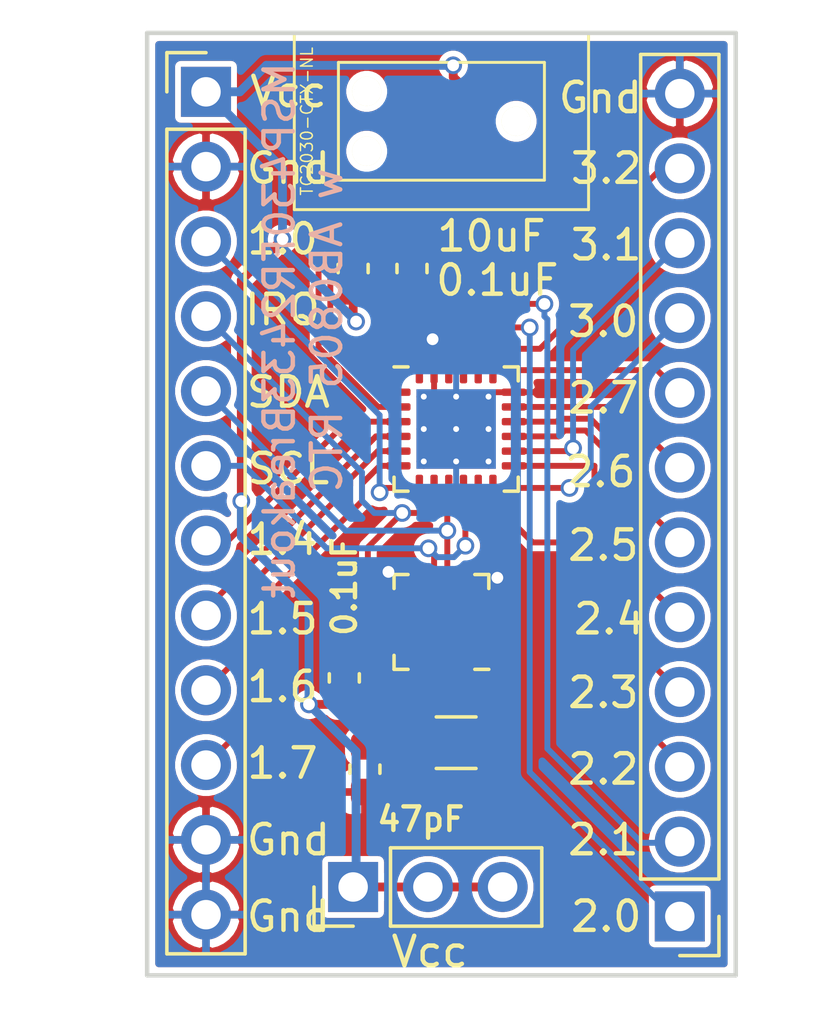
<source format=kicad_pcb>
(kicad_pcb (version 20171130) (host pcbnew 5.1.7-a382d34a8~88~ubuntu16.04.1)

  (general
    (thickness 1.6)
    (drawings 34)
    (tracks 210)
    (zones 0)
    (modules 11)
    (nets 27)
  )

  (page A4)
  (layers
    (0 F.Cu signal)
    (31 B.Cu signal)
    (32 B.Adhes user)
    (33 F.Adhes user)
    (34 B.Paste user)
    (35 F.Paste user)
    (36 B.SilkS user)
    (37 F.SilkS user)
    (38 B.Mask user)
    (39 F.Mask user)
    (40 Dwgs.User user)
    (41 Cmts.User user)
    (42 Eco1.User user)
    (43 Eco2.User user)
    (44 Edge.Cuts user)
    (45 Margin user)
    (46 B.CrtYd user)
    (47 F.CrtYd user)
    (48 B.Fab user)
    (49 F.Fab user)
  )

  (setup
    (last_trace_width 0.2)
    (trace_clearance 0.2)
    (zone_clearance 0.2)
    (zone_45_only no)
    (trace_min 0.2)
    (via_size 0.6)
    (via_drill 0.4)
    (via_min_size 0.4)
    (via_min_drill 0.3)
    (uvia_size 0.3)
    (uvia_drill 0.1)
    (uvias_allowed no)
    (uvia_min_size 0.2)
    (uvia_min_drill 0.1)
    (edge_width 0.1)
    (segment_width 0.2)
    (pcb_text_width 0.3)
    (pcb_text_size 1.5 1.5)
    (mod_edge_width 0.15)
    (mod_text_size 1 1)
    (mod_text_width 0.15)
    (pad_size 1.524 1.524)
    (pad_drill 0.762)
    (pad_to_mask_clearance 0)
    (aux_axis_origin 0 0)
    (visible_elements FFFDFF7F)
    (pcbplotparams
      (layerselection 0x010f8_ffffffff)
      (usegerberextensions false)
      (usegerberattributes true)
      (usegerberadvancedattributes true)
      (creategerberjobfile true)
      (excludeedgelayer true)
      (linewidth 0.100000)
      (plotframeref false)
      (viasonmask false)
      (mode 1)
      (useauxorigin false)
      (hpglpennumber 1)
      (hpglpenspeed 20)
      (hpglpendiameter 15.000000)
      (psnegative false)
      (psa4output false)
      (plotreference true)
      (plotvalue true)
      (plotinvisibletext false)
      (padsonsilk false)
      (subtractmaskfromsilk false)
      (outputformat 1)
      (mirror false)
      (drillshape 0)
      (scaleselection 1)
      (outputdirectory "gerbers"))
  )

  (net 0 "")
  (net 1 GND)
  (net 2 Vcc)
  (net 3 AFilt)
  (net 4 SWDio)
  (net 5 SWClk)
  (net 6 P1.0)
  (net 7 AlarmIRQ)
  (net 8 SDA)
  (net 9 SCL)
  (net 10 P1.4)
  (net 11 P1.5)
  (net 12 P1.6)
  (net 13 P1.7)
  (net 14 P3.2)
  (net 15 P3.1)
  (net 16 P3.0)
  (net 17 P2.7)
  (net 18 P2.6)
  (net 19 P2.5)
  (net 20 P2.4)
  (net 21 P2.3)
  (net 22 P2.2)
  (net 23 P2.1)
  (net 24 P2.0)
  (net 25 Xtal2)
  (net 26 Xtal1)

  (net_class Default "This is the default net class."
    (clearance 0.2)
    (trace_width 0.2)
    (via_dia 0.6)
    (via_drill 0.4)
    (uvia_dia 0.3)
    (uvia_drill 0.1)
    (add_net AFilt)
    (add_net AlarmIRQ)
    (add_net GND)
    (add_net P1.0)
    (add_net P1.4)
    (add_net P1.5)
    (add_net P1.6)
    (add_net P1.7)
    (add_net P2.0)
    (add_net P2.1)
    (add_net P2.2)
    (add_net P2.3)
    (add_net P2.4)
    (add_net P2.5)
    (add_net P2.6)
    (add_net P2.7)
    (add_net P3.0)
    (add_net P3.1)
    (add_net P3.2)
    (add_net SCL)
    (add_net SDA)
    (add_net SWClk)
    (add_net SWDio)
    (add_net Xtal1)
    (add_net Xtal2)
  )

  (net_class Power ""
    (clearance 0.2)
    (trace_width 0.3)
    (via_dia 0.6)
    (via_drill 0.4)
    (uvia_dia 0.3)
    (uvia_drill 0.1)
    (add_net Vcc)
  )

  (module Crystal:Crystal_SMD_3215-2Pin_3.2x1.5mm (layer F.Cu) (tedit 5A0FD1B2) (tstamp 62426C1F)
    (at 101.5 60.1 180)
    (descr "SMD Crystal FC-135 https://support.epson.biz/td/api/doc_check.php?dl=brief_FC-135R_en.pdf")
    (tags "SMD SMT Crystal")
    (path /5AFD8DA1)
    (attr smd)
    (fp_text reference Y1 (at -1.6 -2) (layer F.SilkS) hide
      (effects (font (size 1 1) (thickness 0.15)))
    )
    (fp_text value 32.768kHz (at 0 2) (layer F.Fab)
      (effects (font (size 1 1) (thickness 0.15)))
    )
    (fp_line (start -2 -1.15) (end 2 -1.15) (layer F.CrtYd) (width 0.05))
    (fp_line (start -1.6 -0.75) (end -1.6 0.75) (layer F.Fab) (width 0.1))
    (fp_line (start -0.675 0.875) (end 0.675 0.875) (layer F.SilkS) (width 0.12))
    (fp_line (start -0.675 -0.875) (end 0.675 -0.875) (layer F.SilkS) (width 0.12))
    (fp_line (start 1.6 -0.75) (end 1.6 0.75) (layer F.Fab) (width 0.1))
    (fp_line (start -1.6 -0.75) (end 1.6 -0.75) (layer F.Fab) (width 0.1))
    (fp_line (start -1.6 0.75) (end 1.6 0.75) (layer F.Fab) (width 0.1))
    (fp_line (start -2 1.15) (end 2 1.15) (layer F.CrtYd) (width 0.05))
    (fp_line (start -2 -1.15) (end -2 1.15) (layer F.CrtYd) (width 0.05))
    (fp_line (start 2 -1.15) (end 2 1.15) (layer F.CrtYd) (width 0.05))
    (fp_text user %R (at 0 -2) (layer F.Fab)
      (effects (font (size 1 1) (thickness 0.15)))
    )
    (pad 2 smd rect (at -1.25 0 180) (size 1 1.8) (layers F.Cu F.Paste F.Mask)
      (net 26 Xtal1))
    (pad 1 smd rect (at 1.25 0 180) (size 1 1.8) (layers F.Cu F.Paste F.Mask)
      (net 25 Xtal2))
    (model ${KISYS3DMOD}/Crystal.3dshapes/Crystal_SMD_3215-2Pin_3.2x1.5mm.wrl
      (at (xyz 0 0 0))
      (scale (xyz 1 1 1))
      (rotate (xyz 0 0 0))
    )
  )

  (module Package_DFN_QFN:QFN-24-1EP_4x4mm_P0.5mm_EP2.7x2.7mm_ThermalVias (layer F.Cu) (tedit 5DC5F6A3) (tstamp 62426C17)
    (at 101.5 49.45)
    (descr "QFN, 24 Pin (http://www.alfarzpp.lv/eng/sc/AS3330.pdf), generated with kicad-footprint-generator ipc_noLead_generator.py")
    (tags "QFN NoLead")
    (path /5AFD7AE4)
    (attr smd)
    (fp_text reference U4 (at 0 -3.32) (layer F.SilkS) hide
      (effects (font (size 1 1) (thickness 0.15)))
    )
    (fp_text value Msp430fr2433 (at 0 3.32) (layer F.Fab)
      (effects (font (size 1 1) (thickness 0.15)))
    )
    (fp_line (start 2.62 -2.62) (end -2.62 -2.62) (layer F.CrtYd) (width 0.05))
    (fp_line (start 2.62 2.62) (end 2.62 -2.62) (layer F.CrtYd) (width 0.05))
    (fp_line (start -2.62 2.62) (end 2.62 2.62) (layer F.CrtYd) (width 0.05))
    (fp_line (start -2.62 -2.62) (end -2.62 2.62) (layer F.CrtYd) (width 0.05))
    (fp_line (start -2 -1) (end -1 -2) (layer F.Fab) (width 0.1))
    (fp_line (start -2 2) (end -2 -1) (layer F.Fab) (width 0.1))
    (fp_line (start 2 2) (end -2 2) (layer F.Fab) (width 0.1))
    (fp_line (start 2 -2) (end 2 2) (layer F.Fab) (width 0.1))
    (fp_line (start -1 -2) (end 2 -2) (layer F.Fab) (width 0.1))
    (fp_line (start -1.635 -2.11) (end -2.11 -2.11) (layer F.SilkS) (width 0.12))
    (fp_line (start 2.11 2.11) (end 2.11 1.635) (layer F.SilkS) (width 0.12))
    (fp_line (start 1.635 2.11) (end 2.11 2.11) (layer F.SilkS) (width 0.12))
    (fp_line (start -2.11 2.11) (end -2.11 1.635) (layer F.SilkS) (width 0.12))
    (fp_line (start -1.635 2.11) (end -2.11 2.11) (layer F.SilkS) (width 0.12))
    (fp_line (start 2.11 -2.11) (end 2.11 -1.635) (layer F.SilkS) (width 0.12))
    (fp_line (start 1.635 -2.11) (end 2.11 -2.11) (layer F.SilkS) (width 0.12))
    (fp_text user %R (at 0 0) (layer F.Fab)
      (effects (font (size 1 1) (thickness 0.15)))
    )
    (pad "" smd roundrect (at 0.675 0.675) (size 1.17 1.17) (layers F.Paste) (roundrect_rratio 0.213674358974359))
    (pad "" smd roundrect (at 0.675 -0.675) (size 1.17 1.17) (layers F.Paste) (roundrect_rratio 0.213674358974359))
    (pad "" smd roundrect (at -0.675 0.675) (size 1.17 1.17) (layers F.Paste) (roundrect_rratio 0.213674358974359))
    (pad "" smd roundrect (at -0.675 -0.675) (size 1.17 1.17) (layers F.Paste) (roundrect_rratio 0.213674358974359))
    (pad 25 smd rect (at 0 0) (size 2.7 2.7) (layers B.Cu)
      (net 1 GND))
    (pad 25 thru_hole circle (at 1.1 1.1) (size 0.5 0.5) (drill 0.2) (layers *.Cu)
      (net 1 GND))
    (pad 25 thru_hole circle (at 0 1.1) (size 0.5 0.5) (drill 0.2) (layers *.Cu)
      (net 1 GND))
    (pad 25 thru_hole circle (at -1.1 1.1) (size 0.5 0.5) (drill 0.2) (layers *.Cu)
      (net 1 GND))
    (pad 25 thru_hole circle (at 1.1 0) (size 0.5 0.5) (drill 0.2) (layers *.Cu)
      (net 1 GND))
    (pad 25 thru_hole circle (at 0 0) (size 0.5 0.5) (drill 0.2) (layers *.Cu)
      (net 1 GND))
    (pad 25 thru_hole circle (at -1.1 0) (size 0.5 0.5) (drill 0.2) (layers *.Cu)
      (net 1 GND))
    (pad 25 thru_hole circle (at 1.1 -1.1) (size 0.5 0.5) (drill 0.2) (layers *.Cu)
      (net 1 GND))
    (pad 25 thru_hole circle (at 0 -1.1) (size 0.5 0.5) (drill 0.2) (layers *.Cu)
      (net 1 GND))
    (pad 25 thru_hole circle (at -1.1 -1.1) (size 0.5 0.5) (drill 0.2) (layers *.Cu)
      (net 1 GND))
    (pad 25 smd rect (at 0 0) (size 2.7 2.7) (layers F.Cu F.Mask)
      (net 1 GND))
    (pad 24 smd roundrect (at -1.25 -1.9625) (size 0.25 0.825) (layers F.Cu F.Paste F.Mask) (roundrect_rratio 0.25)
      (net 2 Vcc))
    (pad 23 smd roundrect (at -0.75 -1.9625) (size 0.25 0.825) (layers F.Cu F.Paste F.Mask) (roundrect_rratio 0.25)
      (net 1 GND))
    (pad 22 smd roundrect (at -0.25 -1.9625) (size 0.25 0.825) (layers F.Cu F.Paste F.Mask) (roundrect_rratio 0.25)
      (net 23 P2.1))
    (pad 21 smd roundrect (at 0.25 -1.9625) (size 0.25 0.825) (layers F.Cu F.Paste F.Mask) (roundrect_rratio 0.25)
      (net 24 P2.0))
    (pad 20 smd roundrect (at 0.75 -1.9625) (size 0.25 0.825) (layers F.Cu F.Paste F.Mask) (roundrect_rratio 0.25)
      (net 14 P3.2))
    (pad 19 smd roundrect (at 1.25 -1.9625) (size 0.25 0.825) (layers F.Cu F.Paste F.Mask) (roundrect_rratio 0.25)
      (net 17 P2.7))
    (pad 18 smd roundrect (at 1.9625 -1.25) (size 0.825 0.25) (layers F.Cu F.Paste F.Mask) (roundrect_rratio 0.25)
      (net 1 GND))
    (pad 17 smd roundrect (at 1.9625 -0.75) (size 0.825 0.25) (layers F.Cu F.Paste F.Mask) (roundrect_rratio 0.25)
      (net 18 P2.6))
    (pad 16 smd roundrect (at 1.9625 -0.25) (size 0.825 0.25) (layers F.Cu F.Paste F.Mask) (roundrect_rratio 0.25)
      (net 19 P2.5))
    (pad 15 smd roundrect (at 1.9625 0.25) (size 0.825 0.25) (layers F.Cu F.Paste F.Mask) (roundrect_rratio 0.25)
      (net 20 P2.4))
    (pad 14 smd roundrect (at 1.9625 0.75) (size 0.825 0.25) (layers F.Cu F.Paste F.Mask) (roundrect_rratio 0.25)
      (net 15 P3.1))
    (pad 13 smd roundrect (at 1.9625 1.25) (size 0.825 0.25) (layers F.Cu F.Paste F.Mask) (roundrect_rratio 0.25)
      (net 21 P2.3))
    (pad 12 smd roundrect (at 1.25 1.9625) (size 0.25 0.825) (layers F.Cu F.Paste F.Mask) (roundrect_rratio 0.25)
      (net 16 P3.0))
    (pad 11 smd roundrect (at 0.75 1.9625) (size 0.25 0.825) (layers F.Cu F.Paste F.Mask) (roundrect_rratio 0.25)
      (net 22 P2.2))
    (pad 10 smd roundrect (at 0.25 1.9625) (size 0.25 0.825) (layers F.Cu F.Paste F.Mask) (roundrect_rratio 0.25)
      (net 9 SCL))
    (pad 9 smd roundrect (at -0.25 1.9625) (size 0.25 0.825) (layers F.Cu F.Paste F.Mask) (roundrect_rratio 0.25)
      (net 8 SDA))
    (pad 8 smd roundrect (at -0.75 1.9625) (size 0.25 0.825) (layers F.Cu F.Paste F.Mask) (roundrect_rratio 0.25)
      (net 7 AlarmIRQ))
    (pad 7 smd roundrect (at -1.25 1.9625) (size 0.25 0.825) (layers F.Cu F.Paste F.Mask) (roundrect_rratio 0.25)
      (net 6 P1.0))
    (pad 6 smd roundrect (at -1.9625 1.25) (size 0.825 0.25) (layers F.Cu F.Paste F.Mask) (roundrect_rratio 0.25)
      (net 13 P1.7))
    (pad 5 smd roundrect (at -1.9625 0.75) (size 0.825 0.25) (layers F.Cu F.Paste F.Mask) (roundrect_rratio 0.25)
      (net 12 P1.6))
    (pad 4 smd roundrect (at -1.9625 0.25) (size 0.825 0.25) (layers F.Cu F.Paste F.Mask) (roundrect_rratio 0.25)
      (net 11 P1.5))
    (pad 3 smd roundrect (at -1.9625 -0.25) (size 0.825 0.25) (layers F.Cu F.Paste F.Mask) (roundrect_rratio 0.25)
      (net 10 P1.4))
    (pad 2 smd roundrect (at -1.9625 -0.75) (size 0.825 0.25) (layers F.Cu F.Paste F.Mask) (roundrect_rratio 0.25)
      (net 5 SWClk))
    (pad 1 smd roundrect (at -1.9625 -1.25) (size 0.825 0.25) (layers F.Cu F.Paste F.Mask) (roundrect_rratio 0.25)
      (net 4 SWDio))
    (model ${KISYS3DMOD}/Package_DFN_QFN.3dshapes/QFN-24-1EP_4x4mm_P0.5mm_EP2.7x2.7mm.wrl
      (at (xyz 0 0 0))
      (scale (xyz 1 1 1))
      (rotate (xyz 0 0 0))
    )
  )

  (module Package_DFN_QFN:QFN-16-1EP_3x3mm_P0.5mm_EP1.75x1.75mm (layer F.Cu) (tedit 5DC5F6A3) (tstamp 62426BF0)
    (at 101 56 180)
    (descr "QFN, 16 Pin (https://www.onsemi.com/pub/Collateral/NCN4555-D.PDF), generated with kicad-footprint-generator ipc_noLead_generator.py")
    (tags "QFN NoLead")
    (path /5AFD825A)
    (attr smd)
    (fp_text reference U1 (at 0 -2.8) (layer F.SilkS) hide
      (effects (font (size 1 1) (thickness 0.15)))
    )
    (fp_text value AB0805 (at 0 2.8) (layer F.Fab)
      (effects (font (size 1 1) (thickness 0.15)))
    )
    (fp_line (start 2.1 -2.1) (end -2.1 -2.1) (layer F.CrtYd) (width 0.05))
    (fp_line (start 2.1 2.1) (end 2.1 -2.1) (layer F.CrtYd) (width 0.05))
    (fp_line (start -2.1 2.1) (end 2.1 2.1) (layer F.CrtYd) (width 0.05))
    (fp_line (start -2.1 -2.1) (end -2.1 2.1) (layer F.CrtYd) (width 0.05))
    (fp_line (start -1.5 -0.75) (end -0.75 -1.5) (layer F.Fab) (width 0.1))
    (fp_line (start -1.5 1.5) (end -1.5 -0.75) (layer F.Fab) (width 0.1))
    (fp_line (start 1.5 1.5) (end -1.5 1.5) (layer F.Fab) (width 0.1))
    (fp_line (start 1.5 -1.5) (end 1.5 1.5) (layer F.Fab) (width 0.1))
    (fp_line (start -0.75 -1.5) (end 1.5 -1.5) (layer F.Fab) (width 0.1))
    (fp_line (start -1.135 -1.61) (end -1.61 -1.61) (layer F.SilkS) (width 0.12))
    (fp_line (start 1.61 1.61) (end 1.61 1.135) (layer F.SilkS) (width 0.12))
    (fp_line (start 1.135 1.61) (end 1.61 1.61) (layer F.SilkS) (width 0.12))
    (fp_line (start -1.61 1.61) (end -1.61 1.135) (layer F.SilkS) (width 0.12))
    (fp_line (start -1.135 1.61) (end -1.61 1.61) (layer F.SilkS) (width 0.12))
    (fp_line (start 1.61 -1.61) (end 1.61 -1.135) (layer F.SilkS) (width 0.12))
    (fp_line (start 1.135 -1.61) (end 1.61 -1.61) (layer F.SilkS) (width 0.12))
    (fp_text user %R (at 0 0) (layer F.Fab)
      (effects (font (size 0.75 0.75) (thickness 0.11)))
    )
    (pad "" smd roundrect (at 0.44 0.44 180) (size 0.71 0.71) (layers F.Paste) (roundrect_rratio 0.25))
    (pad "" smd roundrect (at 0.44 -0.44 180) (size 0.71 0.71) (layers F.Paste) (roundrect_rratio 0.25))
    (pad "" smd roundrect (at -0.44 0.44 180) (size 0.71 0.71) (layers F.Paste) (roundrect_rratio 0.25))
    (pad "" smd roundrect (at -0.44 -0.44 180) (size 0.71 0.71) (layers F.Paste) (roundrect_rratio 0.25))
    (pad 17 smd rect (at 0 0 180) (size 1.75 1.75) (layers F.Cu F.Mask)
      (net 1 GND))
    (pad 16 smd roundrect (at -0.75 -1.4625 180) (size 0.25 0.775) (layers F.Cu F.Paste F.Mask) (roundrect_rratio 0.25)
      (net 26 Xtal1))
    (pad 15 smd roundrect (at -0.25 -1.4625 180) (size 0.25 0.775) (layers F.Cu F.Paste F.Mask) (roundrect_rratio 0.25)
      (net 25 Xtal2))
    (pad 14 smd roundrect (at 0.25 -1.4625 180) (size 0.25 0.775) (layers F.Cu F.Paste F.Mask) (roundrect_rratio 0.25)
      (net 3 AFilt))
    (pad 13 smd roundrect (at 0.75 -1.4625 180) (size 0.25 0.775) (layers F.Cu F.Paste F.Mask) (roundrect_rratio 0.25)
      (net 2 Vcc))
    (pad 12 smd roundrect (at 1.4625 -0.75 180) (size 0.775 0.25) (layers F.Cu F.Paste F.Mask) (roundrect_rratio 0.25))
    (pad 11 smd roundrect (at 1.4625 -0.25 180) (size 0.775 0.25) (layers F.Cu F.Paste F.Mask) (roundrect_rratio 0.25)
      (net 7 AlarmIRQ))
    (pad 10 smd roundrect (at 1.4625 0.25 180) (size 0.775 0.25) (layers F.Cu F.Paste F.Mask) (roundrect_rratio 0.25)
      (net 1 GND))
    (pad 9 smd roundrect (at 1.4625 0.75 180) (size 0.775 0.25) (layers F.Cu F.Paste F.Mask) (roundrect_rratio 0.25)
      (net 1 GND))
    (pad 8 smd roundrect (at 0.75 1.4625 180) (size 0.25 0.775) (layers F.Cu F.Paste F.Mask) (roundrect_rratio 0.25))
    (pad 7 smd roundrect (at 0.25 1.4625 180) (size 0.25 0.775) (layers F.Cu F.Paste F.Mask) (roundrect_rratio 0.25)
      (net 9 SCL))
    (pad 6 smd roundrect (at -0.25 1.4625 180) (size 0.25 0.775) (layers F.Cu F.Paste F.Mask) (roundrect_rratio 0.25)
      (net 8 SDA))
    (pad 5 smd roundrect (at -0.75 1.4625 180) (size 0.25 0.775) (layers F.Cu F.Paste F.Mask) (roundrect_rratio 0.25)
      (net 1 GND))
    (pad 4 smd roundrect (at -1.4625 0.75 180) (size 0.775 0.25) (layers F.Cu F.Paste F.Mask) (roundrect_rratio 0.25))
    (pad 3 smd roundrect (at -1.4625 0.25 180) (size 0.775 0.25) (layers F.Cu F.Paste F.Mask) (roundrect_rratio 0.25))
    (pad 2 smd roundrect (at -1.4625 -0.25 180) (size 0.775 0.25) (layers F.Cu F.Paste F.Mask) (roundrect_rratio 0.25)
      (net 1 GND))
    (pad 1 smd roundrect (at -1.4625 -0.75 180) (size 0.775 0.25) (layers F.Cu F.Paste F.Mask) (roundrect_rratio 0.25))
    (model ${KISYS3DMOD}/Package_DFN_QFN.3dshapes/QFN-16-1EP_3x3mm_P0.5mm_EP1.75x1.75mm.wrl
      (at (xyz 0 0 0))
      (scale (xyz 1 1 1))
      (rotate (xyz 0 0 0))
    )
  )

  (module Capacitor_SMD:C_0603_1608Metric (layer F.Cu) (tedit 5F68FEEE) (tstamp 624369CF)
    (at 97.7 57.9 90)
    (descr "Capacitor SMD 0603 (1608 Metric), square (rectangular) end terminal, IPC_7351 nominal, (Body size source: IPC-SM-782 page 76, https://www.pcb-3d.com/wordpress/wp-content/uploads/ipc-sm-782a_amendment_1_and_2.pdf), generated with kicad-footprint-generator")
    (tags capacitor)
    (path /5B008E7C)
    (attr smd)
    (fp_text reference Cby1 (at 0 -1.43 90) (layer F.SilkS) hide
      (effects (font (size 1 1) (thickness 0.15)))
    )
    (fp_text value 0.1uF (at 0 1.43 90) (layer F.Fab)
      (effects (font (size 1 1) (thickness 0.15)))
    )
    (fp_line (start -0.8 0.4) (end -0.8 -0.4) (layer F.Fab) (width 0.1))
    (fp_line (start -0.8 -0.4) (end 0.8 -0.4) (layer F.Fab) (width 0.1))
    (fp_line (start 0.8 -0.4) (end 0.8 0.4) (layer F.Fab) (width 0.1))
    (fp_line (start 0.8 0.4) (end -0.8 0.4) (layer F.Fab) (width 0.1))
    (fp_line (start -0.14058 -0.51) (end 0.14058 -0.51) (layer F.SilkS) (width 0.12))
    (fp_line (start -0.14058 0.51) (end 0.14058 0.51) (layer F.SilkS) (width 0.12))
    (fp_line (start -1.48 0.73) (end -1.48 -0.73) (layer F.CrtYd) (width 0.05))
    (fp_line (start -1.48 -0.73) (end 1.48 -0.73) (layer F.CrtYd) (width 0.05))
    (fp_line (start 1.48 -0.73) (end 1.48 0.73) (layer F.CrtYd) (width 0.05))
    (fp_line (start 1.48 0.73) (end -1.48 0.73) (layer F.CrtYd) (width 0.05))
    (fp_text user %R (at 0 0 90) (layer F.Fab)
      (effects (font (size 0.4 0.4) (thickness 0.06)))
    )
    (pad 2 smd roundrect (at 0.775 0 90) (size 0.9 0.95) (layers F.Cu F.Paste F.Mask) (roundrect_rratio 0.25)
      (net 1 GND))
    (pad 1 smd roundrect (at -0.775 0 90) (size 0.9 0.95) (layers F.Cu F.Paste F.Mask) (roundrect_rratio 0.25)
      (net 2 Vcc))
    (model ${KISYS3DMOD}/Capacitor_SMD.3dshapes/C_0603_1608Metric.wrl
      (at (xyz 0 0 0))
      (scale (xyz 1 1 1))
      (rotate (xyz 0 0 0))
    )
  )

  (module Capacitor_SMD:C_0603_1608Metric (layer F.Cu) (tedit 5F68FEEE) (tstamp 62426B3D)
    (at 100 44 90)
    (descr "Capacitor SMD 0603 (1608 Metric), square (rectangular) end terminal, IPC_7351 nominal, (Body size source: IPC-SM-782 page 76, https://www.pcb-3d.com/wordpress/wp-content/uploads/ipc-sm-782a_amendment_1_and_2.pdf), generated with kicad-footprint-generator")
    (tags capacitor)
    (path /5B097115)
    (attr smd)
    (fp_text reference Cby2 (at 0 -1.43 90) (layer F.SilkS) hide
      (effects (font (size 1 1) (thickness 0.15)))
    )
    (fp_text value 0.1uF (at 0 1.43 90) (layer F.Fab)
      (effects (font (size 1 1) (thickness 0.15)))
    )
    (fp_line (start -0.8 0.4) (end -0.8 -0.4) (layer F.Fab) (width 0.1))
    (fp_line (start -0.8 -0.4) (end 0.8 -0.4) (layer F.Fab) (width 0.1))
    (fp_line (start 0.8 -0.4) (end 0.8 0.4) (layer F.Fab) (width 0.1))
    (fp_line (start 0.8 0.4) (end -0.8 0.4) (layer F.Fab) (width 0.1))
    (fp_line (start -0.14058 -0.51) (end 0.14058 -0.51) (layer F.SilkS) (width 0.12))
    (fp_line (start -0.14058 0.51) (end 0.14058 0.51) (layer F.SilkS) (width 0.12))
    (fp_line (start -1.48 0.73) (end -1.48 -0.73) (layer F.CrtYd) (width 0.05))
    (fp_line (start -1.48 -0.73) (end 1.48 -0.73) (layer F.CrtYd) (width 0.05))
    (fp_line (start 1.48 -0.73) (end 1.48 0.73) (layer F.CrtYd) (width 0.05))
    (fp_line (start 1.48 0.73) (end -1.48 0.73) (layer F.CrtYd) (width 0.05))
    (fp_text user %R (at 0 0 90) (layer F.Fab)
      (effects (font (size 0.4 0.4) (thickness 0.06)))
    )
    (pad 2 smd roundrect (at 0.775 0 90) (size 0.9 0.95) (layers F.Cu F.Paste F.Mask) (roundrect_rratio 0.25)
      (net 1 GND))
    (pad 1 smd roundrect (at -0.775 0 90) (size 0.9 0.95) (layers F.Cu F.Paste F.Mask) (roundrect_rratio 0.25)
      (net 2 Vcc))
    (model ${KISYS3DMOD}/Capacitor_SMD.3dshapes/C_0603_1608Metric.wrl
      (at (xyz 0 0 0))
      (scale (xyz 1 1 1))
      (rotate (xyz 0 0 0))
    )
  )

  (module Capacitor_SMD:C_0603_1608Metric (layer F.Cu) (tedit 5F68FEEE) (tstamp 62426B4E)
    (at 98 44 90)
    (descr "Capacitor SMD 0603 (1608 Metric), square (rectangular) end terminal, IPC_7351 nominal, (Body size source: IPC-SM-782 page 76, https://www.pcb-3d.com/wordpress/wp-content/uploads/ipc-sm-782a_amendment_1_and_2.pdf), generated with kicad-footprint-generator")
    (tags capacitor)
    (path /5B096EF1)
    (attr smd)
    (fp_text reference Cby3 (at 0 -1.43 90) (layer F.SilkS) hide
      (effects (font (size 1 1) (thickness 0.15)))
    )
    (fp_text value 10uF (at 0 1.43 90) (layer F.Fab)
      (effects (font (size 1 1) (thickness 0.15)))
    )
    (fp_line (start 1.48 0.73) (end -1.48 0.73) (layer F.CrtYd) (width 0.05))
    (fp_line (start 1.48 -0.73) (end 1.48 0.73) (layer F.CrtYd) (width 0.05))
    (fp_line (start -1.48 -0.73) (end 1.48 -0.73) (layer F.CrtYd) (width 0.05))
    (fp_line (start -1.48 0.73) (end -1.48 -0.73) (layer F.CrtYd) (width 0.05))
    (fp_line (start -0.14058 0.51) (end 0.14058 0.51) (layer F.SilkS) (width 0.12))
    (fp_line (start -0.14058 -0.51) (end 0.14058 -0.51) (layer F.SilkS) (width 0.12))
    (fp_line (start 0.8 0.4) (end -0.8 0.4) (layer F.Fab) (width 0.1))
    (fp_line (start 0.8 -0.4) (end 0.8 0.4) (layer F.Fab) (width 0.1))
    (fp_line (start -0.8 -0.4) (end 0.8 -0.4) (layer F.Fab) (width 0.1))
    (fp_line (start -0.8 0.4) (end -0.8 -0.4) (layer F.Fab) (width 0.1))
    (fp_text user %R (at 0 0 90) (layer F.Fab)
      (effects (font (size 0.4 0.4) (thickness 0.06)))
    )
    (pad 1 smd roundrect (at -0.775 0 90) (size 0.9 0.95) (layers F.Cu F.Paste F.Mask) (roundrect_rratio 0.25)
      (net 2 Vcc))
    (pad 2 smd roundrect (at 0.775 0 90) (size 0.9 0.95) (layers F.Cu F.Paste F.Mask) (roundrect_rratio 0.25)
      (net 1 GND))
    (model ${KISYS3DMOD}/Capacitor_SMD.3dshapes/C_0603_1608Metric.wrl
      (at (xyz 0 0 0))
      (scale (xyz 1 1 1))
      (rotate (xyz 0 0 0))
    )
  )

  (module Capacitor_SMD:C_0603_1608Metric (layer F.Cu) (tedit 5F68FEEE) (tstamp 62426E43)
    (at 98.4 61 270)
    (descr "Capacitor SMD 0603 (1608 Metric), square (rectangular) end terminal, IPC_7351 nominal, (Body size source: IPC-SM-782 page 76, https://www.pcb-3d.com/wordpress/wp-content/uploads/ipc-sm-782a_amendment_1_and_2.pdf), generated with kicad-footprint-generator")
    (tags capacitor)
    (path /5AFD896D)
    (attr smd)
    (fp_text reference Cf1 (at 0 -1.43 90) (layer F.SilkS) hide
      (effects (font (size 1 1) (thickness 0.15)))
    )
    (fp_text value 47pF (at 0 1.43 90) (layer F.Fab)
      (effects (font (size 1 1) (thickness 0.15)))
    )
    (fp_line (start 1.48 0.73) (end -1.48 0.73) (layer F.CrtYd) (width 0.05))
    (fp_line (start 1.48 -0.73) (end 1.48 0.73) (layer F.CrtYd) (width 0.05))
    (fp_line (start -1.48 -0.73) (end 1.48 -0.73) (layer F.CrtYd) (width 0.05))
    (fp_line (start -1.48 0.73) (end -1.48 -0.73) (layer F.CrtYd) (width 0.05))
    (fp_line (start -0.14058 0.51) (end 0.14058 0.51) (layer F.SilkS) (width 0.12))
    (fp_line (start -0.14058 -0.51) (end 0.14058 -0.51) (layer F.SilkS) (width 0.12))
    (fp_line (start 0.8 0.4) (end -0.8 0.4) (layer F.Fab) (width 0.1))
    (fp_line (start 0.8 -0.4) (end 0.8 0.4) (layer F.Fab) (width 0.1))
    (fp_line (start -0.8 -0.4) (end 0.8 -0.4) (layer F.Fab) (width 0.1))
    (fp_line (start -0.8 0.4) (end -0.8 -0.4) (layer F.Fab) (width 0.1))
    (fp_text user %R (at 0 0 90) (layer F.Fab)
      (effects (font (size 0.4 0.4) (thickness 0.06)))
    )
    (pad 1 smd roundrect (at -0.775 0 270) (size 0.9 0.95) (layers F.Cu F.Paste F.Mask) (roundrect_rratio 0.25)
      (net 3 AFilt))
    (pad 2 smd roundrect (at 0.775 0 270) (size 0.9 0.95) (layers F.Cu F.Paste F.Mask) (roundrect_rratio 0.25)
      (net 1 GND))
    (model ${KISYS3DMOD}/Capacitor_SMD.3dshapes/C_0603_1608Metric.wrl
      (at (xyz 0 0 0))
      (scale (xyz 1 1 1))
      (rotate (xyz 0 0 0))
    )
  )

  (module myFootprints:TC2030-CTX-NL (layer F.Cu) (tedit 59C7D319) (tstamp 62426B78)
    (at 101 39 270)
    (descr "Tag Connect small footprint SWD connector ( No Leg version )")
    (path /5B00974D)
    (solder_paste_ratio -0.5)
    (clearance 0.2)
    (attr virtual)
    (fp_text reference CON1 (at 0 4.064 90) (layer F.SilkS) hide
      (effects (font (size 0.4 0.4) (thickness 0.05)))
    )
    (fp_text value TC2030-CTX-NL (at 0 4.572 90) (layer F.SilkS)
      (effects (font (size 0.4 0.4) (thickness 0.05)))
    )
    (fp_line (start -0.635 1.27) (end -0.635 -1.27) (layer Cmts.User) (width 0.15))
    (fp_line (start 0.635 1.27) (end -0.635 1.27) (layer Cmts.User) (width 0.15))
    (fp_line (start 0.635 -1.27) (end 0.635 1.27) (layer Cmts.User) (width 0.15))
    (fp_line (start -0.635 -1.27) (end 0.635 -1.27) (layer Cmts.User) (width 0.15))
    (fp_line (start 3 -5) (end 3 5) (layer F.SilkS) (width 0.1))
    (fp_line (start -3 5) (end -3 -5) (layer F.SilkS) (width 0.1))
    (fp_line (start -2 -3.5) (end 2 -3.5) (layer F.SilkS) (width 0.1))
    (fp_line (start -2 3.5) (end 2 3.5) (layer F.SilkS) (width 0.1))
    (fp_line (start -3 -5) (end 3 -5) (layer F.SilkS) (width 0.1))
    (fp_line (start -2 -3.5) (end -2 3.5) (layer F.SilkS) (width 0.1))
    (fp_line (start 2 -3.5) (end 2 3.5) (layer F.SilkS) (width 0.1))
    (fp_line (start -3 5) (end 3 5) (layer F.SilkS) (width 0.1))
    (pad 1 smd circle (at -0.635 -1.27 270) (size 0.787 0.787) (layers F.Cu F.Mask)
      (net 2 Vcc))
    (pad 2 smd circle (at 0.635 -1.27 270) (size 0.787 0.787) (layers F.Cu F.Mask)
      (net 4 SWDio))
    (pad 3 smd circle (at -0.635 0 270) (size 0.787 0.787) (layers F.Cu F.Mask))
    (pad 4 smd circle (at 0.635 0 270) (size 0.787 0.787) (layers F.Cu F.Mask)
      (net 5 SWClk))
    (pad 5 smd circle (at -0.635 1.27 270) (size 0.787 0.787) (layers F.Cu F.Mask)
      (net 1 GND))
    (pad 6 smd circle (at 0.635 1.27 270) (size 0.787 0.787) (layers F.Cu F.Mask))
    (pad "" np_thru_hole circle (at 0 -2.54 270) (size 0.991 0.991) (drill 0.991) (layers *.Cu *.Mask F.SilkS))
    (pad "" np_thru_hole circle (at -1.016 2.54 270) (size 0.991 0.991) (drill 0.991) (layers *.Cu *.Mask F.SilkS))
    (pad "" np_thru_hole circle (at 1.016 2.54 270) (size 0.991 0.991) (drill 0.991) (layers *.Cu *.Mask F.SilkS))
  )

  (module Connector_PinHeader_2.54mm:PinHeader_1x12_P2.54mm_Vertical (layer F.Cu) (tedit 59FED5CC) (tstamp 62426B98)
    (at 93 38)
    (descr "Through hole straight pin header, 1x12, 2.54mm pitch, single row")
    (tags "Through hole pin header THT 1x12 2.54mm single row")
    (path /62421555)
    (fp_text reference J1 (at 0 -2.33) (layer F.SilkS) hide
      (effects (font (size 1 1) (thickness 0.15)))
    )
    (fp_text value Conn_01x12 (at 0 30.27) (layer F.Fab)
      (effects (font (size 1 1) (thickness 0.15)))
    )
    (fp_line (start 1.8 -1.8) (end -1.8 -1.8) (layer F.CrtYd) (width 0.05))
    (fp_line (start 1.8 29.75) (end 1.8 -1.8) (layer F.CrtYd) (width 0.05))
    (fp_line (start -1.8 29.75) (end 1.8 29.75) (layer F.CrtYd) (width 0.05))
    (fp_line (start -1.8 -1.8) (end -1.8 29.75) (layer F.CrtYd) (width 0.05))
    (fp_line (start -1.33 -1.33) (end 0 -1.33) (layer F.SilkS) (width 0.12))
    (fp_line (start -1.33 0) (end -1.33 -1.33) (layer F.SilkS) (width 0.12))
    (fp_line (start -1.33 1.27) (end 1.33 1.27) (layer F.SilkS) (width 0.12))
    (fp_line (start 1.33 1.27) (end 1.33 29.27) (layer F.SilkS) (width 0.12))
    (fp_line (start -1.33 1.27) (end -1.33 29.27) (layer F.SilkS) (width 0.12))
    (fp_line (start -1.33 29.27) (end 1.33 29.27) (layer F.SilkS) (width 0.12))
    (fp_line (start -1.27 -0.635) (end -0.635 -1.27) (layer F.Fab) (width 0.1))
    (fp_line (start -1.27 29.21) (end -1.27 -0.635) (layer F.Fab) (width 0.1))
    (fp_line (start 1.27 29.21) (end -1.27 29.21) (layer F.Fab) (width 0.1))
    (fp_line (start 1.27 -1.27) (end 1.27 29.21) (layer F.Fab) (width 0.1))
    (fp_line (start -0.635 -1.27) (end 1.27 -1.27) (layer F.Fab) (width 0.1))
    (fp_text user %R (at 0 13.97 90) (layer F.Fab)
      (effects (font (size 1 1) (thickness 0.15)))
    )
    (pad 1 thru_hole rect (at 0 0) (size 1.7 1.7) (drill 1) (layers *.Cu *.Mask)
      (net 2 Vcc))
    (pad 2 thru_hole oval (at 0 2.54) (size 1.7 1.7) (drill 1) (layers *.Cu *.Mask)
      (net 1 GND))
    (pad 3 thru_hole oval (at 0 5.08) (size 1.7 1.7) (drill 1) (layers *.Cu *.Mask)
      (net 6 P1.0))
    (pad 4 thru_hole oval (at 0 7.62) (size 1.7 1.7) (drill 1) (layers *.Cu *.Mask)
      (net 7 AlarmIRQ))
    (pad 5 thru_hole oval (at 0 10.16) (size 1.7 1.7) (drill 1) (layers *.Cu *.Mask)
      (net 8 SDA))
    (pad 6 thru_hole oval (at 0 12.7) (size 1.7 1.7) (drill 1) (layers *.Cu *.Mask)
      (net 9 SCL))
    (pad 7 thru_hole oval (at 0 15.24) (size 1.7 1.7) (drill 1) (layers *.Cu *.Mask)
      (net 10 P1.4))
    (pad 8 thru_hole oval (at 0 17.78) (size 1.7 1.7) (drill 1) (layers *.Cu *.Mask)
      (net 11 P1.5))
    (pad 9 thru_hole oval (at 0 20.32) (size 1.7 1.7) (drill 1) (layers *.Cu *.Mask)
      (net 12 P1.6))
    (pad 10 thru_hole oval (at 0 22.86) (size 1.7 1.7) (drill 1) (layers *.Cu *.Mask)
      (net 13 P1.7))
    (pad 11 thru_hole oval (at 0 25.4) (size 1.7 1.7) (drill 1) (layers *.Cu *.Mask)
      (net 1 GND))
    (pad 12 thru_hole oval (at 0 27.94) (size 1.7 1.7) (drill 1) (layers *.Cu *.Mask)
      (net 1 GND))
    (model ${KISYS3DMOD}/Connector_PinHeader_2.54mm.3dshapes/PinHeader_1x12_P2.54mm_Vertical.wrl
      (at (xyz 0 0 0))
      (scale (xyz 1 1 1))
      (rotate (xyz 0 0 0))
    )
  )

  (module Connector_PinHeader_2.54mm:PinHeader_1x12_P2.54mm_Vertical (layer F.Cu) (tedit 59FED5CC) (tstamp 62426BB8)
    (at 109.1 66 180)
    (descr "Through hole straight pin header, 1x12, 2.54mm pitch, single row")
    (tags "Through hole pin header THT 1x12 2.54mm single row")
    (path /62422DC4)
    (fp_text reference J2 (at 3.1 0) (layer F.SilkS) hide
      (effects (font (size 1 1) (thickness 0.15)))
    )
    (fp_text value Conn_01x12 (at 0 30.27) (layer F.Fab)
      (effects (font (size 1 1) (thickness 0.15)))
    )
    (fp_line (start -0.635 -1.27) (end 1.27 -1.27) (layer F.Fab) (width 0.1))
    (fp_line (start 1.27 -1.27) (end 1.27 29.21) (layer F.Fab) (width 0.1))
    (fp_line (start 1.27 29.21) (end -1.27 29.21) (layer F.Fab) (width 0.1))
    (fp_line (start -1.27 29.21) (end -1.27 -0.635) (layer F.Fab) (width 0.1))
    (fp_line (start -1.27 -0.635) (end -0.635 -1.27) (layer F.Fab) (width 0.1))
    (fp_line (start -1.33 29.27) (end 1.33 29.27) (layer F.SilkS) (width 0.12))
    (fp_line (start -1.33 1.27) (end -1.33 29.27) (layer F.SilkS) (width 0.12))
    (fp_line (start 1.33 1.27) (end 1.33 29.27) (layer F.SilkS) (width 0.12))
    (fp_line (start -1.33 1.27) (end 1.33 1.27) (layer F.SilkS) (width 0.12))
    (fp_line (start -1.33 0) (end -1.33 -1.33) (layer F.SilkS) (width 0.12))
    (fp_line (start -1.33 -1.33) (end 0 -1.33) (layer F.SilkS) (width 0.12))
    (fp_line (start -1.8 -1.8) (end -1.8 29.75) (layer F.CrtYd) (width 0.05))
    (fp_line (start -1.8 29.75) (end 1.8 29.75) (layer F.CrtYd) (width 0.05))
    (fp_line (start 1.8 29.75) (end 1.8 -1.8) (layer F.CrtYd) (width 0.05))
    (fp_line (start 1.8 -1.8) (end -1.8 -1.8) (layer F.CrtYd) (width 0.05))
    (fp_text user %R (at 0 13.97 90) (layer F.Fab)
      (effects (font (size 1 1) (thickness 0.15)))
    )
    (pad 12 thru_hole oval (at 0 27.94 180) (size 1.7 1.7) (drill 1) (layers *.Cu *.Mask)
      (net 1 GND))
    (pad 11 thru_hole oval (at 0 25.4 180) (size 1.7 1.7) (drill 1) (layers *.Cu *.Mask)
      (net 14 P3.2))
    (pad 10 thru_hole oval (at 0 22.86 180) (size 1.7 1.7) (drill 1) (layers *.Cu *.Mask)
      (net 15 P3.1))
    (pad 9 thru_hole oval (at 0 20.32 180) (size 1.7 1.7) (drill 1) (layers *.Cu *.Mask)
      (net 16 P3.0))
    (pad 8 thru_hole oval (at 0 17.78 180) (size 1.7 1.7) (drill 1) (layers *.Cu *.Mask)
      (net 17 P2.7))
    (pad 7 thru_hole oval (at 0 15.24 180) (size 1.7 1.7) (drill 1) (layers *.Cu *.Mask)
      (net 18 P2.6))
    (pad 6 thru_hole oval (at 0 12.7 180) (size 1.7 1.7) (drill 1) (layers *.Cu *.Mask)
      (net 19 P2.5))
    (pad 5 thru_hole oval (at 0 10.16 180) (size 1.7 1.7) (drill 1) (layers *.Cu *.Mask)
      (net 20 P2.4))
    (pad 4 thru_hole oval (at 0 7.62 180) (size 1.7 1.7) (drill 1) (layers *.Cu *.Mask)
      (net 21 P2.3))
    (pad 3 thru_hole oval (at 0 5.08 180) (size 1.7 1.7) (drill 1) (layers *.Cu *.Mask)
      (net 22 P2.2))
    (pad 2 thru_hole oval (at 0 2.54 180) (size 1.7 1.7) (drill 1) (layers *.Cu *.Mask)
      (net 23 P2.1))
    (pad 1 thru_hole rect (at 0 0 180) (size 1.7 1.7) (drill 1) (layers *.Cu *.Mask)
      (net 24 P2.0))
    (model ${KISYS3DMOD}/Connector_PinHeader_2.54mm.3dshapes/PinHeader_1x12_P2.54mm_Vertical.wrl
      (at (xyz 0 0 0))
      (scale (xyz 1 1 1))
      (rotate (xyz 0 0 0))
    )
  )

  (module Connector_PinHeader_2.54mm:PinHeader_1x03_P2.54mm_Vertical (layer F.Cu) (tedit 59FED5CC) (tstamp 62426BCF)
    (at 98 65 90)
    (descr "Through hole straight pin header, 1x03, 2.54mm pitch, single row")
    (tags "Through hole pin header THT 1x03 2.54mm single row")
    (path /6242BF33)
    (fp_text reference J3 (at 0 -2.33 90) (layer F.SilkS) hide
      (effects (font (size 1 1) (thickness 0.15)))
    )
    (fp_text value Conn_01x03 (at 0 7.41 90) (layer F.Fab)
      (effects (font (size 1 1) (thickness 0.15)))
    )
    (fp_line (start 1.8 -1.8) (end -1.8 -1.8) (layer F.CrtYd) (width 0.05))
    (fp_line (start 1.8 6.85) (end 1.8 -1.8) (layer F.CrtYd) (width 0.05))
    (fp_line (start -1.8 6.85) (end 1.8 6.85) (layer F.CrtYd) (width 0.05))
    (fp_line (start -1.8 -1.8) (end -1.8 6.85) (layer F.CrtYd) (width 0.05))
    (fp_line (start -1.33 -1.33) (end 0 -1.33) (layer F.SilkS) (width 0.12))
    (fp_line (start -1.33 0) (end -1.33 -1.33) (layer F.SilkS) (width 0.12))
    (fp_line (start -1.33 1.27) (end 1.33 1.27) (layer F.SilkS) (width 0.12))
    (fp_line (start 1.33 1.27) (end 1.33 6.41) (layer F.SilkS) (width 0.12))
    (fp_line (start -1.33 1.27) (end -1.33 6.41) (layer F.SilkS) (width 0.12))
    (fp_line (start -1.33 6.41) (end 1.33 6.41) (layer F.SilkS) (width 0.12))
    (fp_line (start -1.27 -0.635) (end -0.635 -1.27) (layer F.Fab) (width 0.1))
    (fp_line (start -1.27 6.35) (end -1.27 -0.635) (layer F.Fab) (width 0.1))
    (fp_line (start 1.27 6.35) (end -1.27 6.35) (layer F.Fab) (width 0.1))
    (fp_line (start 1.27 -1.27) (end 1.27 6.35) (layer F.Fab) (width 0.1))
    (fp_line (start -0.635 -1.27) (end 1.27 -1.27) (layer F.Fab) (width 0.1))
    (fp_text user %R (at 0 2.54) (layer F.Fab)
      (effects (font (size 1 1) (thickness 0.15)))
    )
    (pad 1 thru_hole rect (at 0 0 90) (size 1.7 1.7) (drill 1) (layers *.Cu *.Mask)
      (net 2 Vcc))
    (pad 2 thru_hole oval (at 0 2.54 90) (size 1.7 1.7) (drill 1) (layers *.Cu *.Mask)
      (net 2 Vcc))
    (pad 3 thru_hole oval (at 0 5.08 90) (size 1.7 1.7) (drill 1) (layers *.Cu *.Mask)
      (net 2 Vcc))
    (model ${KISYS3DMOD}/Connector_PinHeader_2.54mm.3dshapes/PinHeader_1x03_P2.54mm_Vertical.wrl
      (at (xyz 0 0 0))
      (scale (xyz 1 1 1))
      (rotate (xyz 0 0 0))
    )
  )

  (gr_text 1.5 (at 95.6 55.9) (layer F.SilkS)
    (effects (font (size 1 1) (thickness 0.15)))
  )
  (gr_text 1.6 (at 95.6 58.2) (layer F.SilkS)
    (effects (font (size 1 1) (thickness 0.15)))
  )
  (gr_text 2.1 (at 106.5 63.4) (layer F.SilkS)
    (effects (font (size 1 1) (thickness 0.15)))
  )
  (gr_text 2.2 (at 106.5 61) (layer F.SilkS)
    (effects (font (size 1 1) (thickness 0.15)))
  )
  (gr_text 2.3 (at 106.5 58.4) (layer F.SilkS)
    (effects (font (size 1 1) (thickness 0.15)))
  )
  (gr_text 3.1 (at 106.6 43.2) (layer F.SilkS)
    (effects (font (size 1 1) (thickness 0.15)))
  )
  (gr_text 2.5 (at 106.5 53.4) (layer F.SilkS)
    (effects (font (size 1 1) (thickness 0.15)))
  )
  (gr_text 2.6 (at 106.4 50.9) (layer F.SilkS)
    (effects (font (size 1 1) (thickness 0.15)))
  )
  (gr_text 2.4 (at 106.7 55.9) (layer F.SilkS)
    (effects (font (size 1 1) (thickness 0.15)))
  )
  (gr_text "MSP430FR2433Breakout\nw AB0805 RTC" (at 96.3 46.1 90) (layer B.SilkS)
    (effects (font (size 1 1) (thickness 0.15)) (justify mirror))
  )
  (gr_text 10uF (at 102.7 42.9) (layer F.SilkS)
    (effects (font (size 1 1) (thickness 0.15)))
  )
  (gr_text 0.1uF (at 102.9 44.4) (layer F.SilkS)
    (effects (font (size 1 1) (thickness 0.15)))
  )
  (gr_text 0.1uF (at 97.7 54.8 90) (layer F.SilkS)
    (effects (font (size 0.8 0.8) (thickness 0.15)))
  )
  (gr_text 47pF (at 100.3 62.7) (layer F.SilkS)
    (effects (font (size 0.8 0.8) (thickness 0.15)))
  )
  (gr_text Vcc (at 100.6 67.2) (layer F.SilkS)
    (effects (font (size 1 1) (thickness 0.15)))
  )
  (gr_text Gnd (at 95.8 66) (layer F.SilkS)
    (effects (font (size 1 1) (thickness 0.15)))
  )
  (gr_text Gnd (at 95.8 63.4) (layer F.SilkS)
    (effects (font (size 1 1) (thickness 0.15)))
  )
  (gr_text 1.7 (at 95.6 60.8) (layer F.SilkS)
    (effects (font (size 1 1) (thickness 0.15)))
  )
  (gr_text 1.4 (at 95.6 53.2) (layer F.SilkS)
    (effects (font (size 1 1) (thickness 0.15)))
  )
  (gr_text SCL (at 95.8 50.8) (layer F.SilkS)
    (effects (font (size 1 1) (thickness 0.15)))
  )
  (gr_text SDA (at 95.8 48.2) (layer F.SilkS)
    (effects (font (size 1 1) (thickness 0.15)))
  )
  (gr_text IRQ (at 95.6 45.4) (layer F.SilkS)
    (effects (font (size 1 1) (thickness 0.15)))
  )
  (gr_text 1.0 (at 95.6 43) (layer F.SilkS)
    (effects (font (size 1 1) (thickness 0.15)))
  )
  (gr_text Gnd (at 95.8 40.6) (layer F.SilkS)
    (effects (font (size 1 1) (thickness 0.15)))
  )
  (gr_text Vcc (at 95.8 38) (layer F.SilkS)
    (effects (font (size 1 1) (thickness 0.15)))
  )
  (gr_text Gnd (at 106.4 38.2) (layer F.SilkS)
    (effects (font (size 1 1) (thickness 0.15)))
  )
  (gr_text 3.2 (at 106.6 40.6) (layer F.SilkS)
    (effects (font (size 1 1) (thickness 0.15)))
  )
  (gr_text 3.0 (at 106.5 45.8) (layer F.SilkS)
    (effects (font (size 1 1) (thickness 0.15)))
  )
  (gr_text 2.7 (at 106.5 48.4) (layer F.SilkS)
    (effects (font (size 1 1) (thickness 0.15)))
  )
  (gr_text 2.0 (at 106.6 66) (layer F.SilkS)
    (effects (font (size 1 1) (thickness 0.15)))
  )
  (gr_line (start 91 68) (end 91 36) (layer Edge.Cuts) (width 0.15) (tstamp 6246F0D9))
  (gr_line (start 111 68) (end 91 68) (layer Edge.Cuts) (width 0.15))
  (gr_line (start 111 36) (end 111 68) (layer Edge.Cuts) (width 0.15))
  (gr_line (start 91 36) (end 111 36) (layer Edge.Cuts) (width 0.15))

  (segment (start 100.75 48.7) (end 100.85 48.8) (width 0.2) (layer F.Cu) (net 1) (status 30))
  (segment (start 99.5375 55.25) (end 99.5375 55.75) (width 0.2) (layer F.Cu) (net 1) (status 30))
  (segment (start 100.75 55.75) (end 101 56) (width 0.2) (layer F.Cu) (net 1) (status 30))
  (segment (start 99.5375 55.75) (end 100.75 55.75) (width 0.2) (layer F.Cu) (net 1) (status 30))
  (segment (start 101.25 56.25) (end 101 56) (width 0.2) (layer F.Cu) (net 1) (status 30))
  (segment (start 102.4625 56.25) (end 101.25 56.25) (width 0.2) (layer F.Cu) (net 1) (status 30))
  (segment (start 101.72499 55.27501) (end 101 56) (width 0.2) (layer F.Cu) (net 1) (status 30))
  (segment (start 101.72499 55.016632) (end 101.72499 55.27501) (width 0.2) (layer F.Cu) (net 1) (status 20))
  (segment (start 101.75 54.991622) (end 101.72499 55.016632) (width 0.2) (layer F.Cu) (net 1))
  (segment (start 101.75 54.5375) (end 101.75 54.991622) (width 0.2) (layer F.Cu) (net 1) (status 10))
  (via (at 102.9 54.5) (size 0.6) (drill 0.4) (layers F.Cu B.Cu) (net 1))
  (segment (start 102.8625 54.5375) (end 102.9 54.5) (width 0.2) (layer F.Cu) (net 1))
  (segment (start 101.75 54.5375) (end 102.8625 54.5375) (width 0.2) (layer F.Cu) (net 1) (status 10))
  (segment (start 102.75 48.2) (end 102.6 48.35) (width 0.2) (layer F.Cu) (net 1) (status 30))
  (segment (start 103.4625 48.2) (end 102.75 48.2) (width 0.2) (layer F.Cu) (net 1) (status 30))
  (segment (start 100.75 48.7) (end 101.5 49.45) (width 0.2) (layer F.Cu) (net 1) (status 30))
  (segment (start 100.75 47.4875) (end 100.75 48.7) (width 0.2) (layer F.Cu) (net 1) (status 30))
  (via (at 100.7 46.4) (size 0.6) (drill 0.4) (layers F.Cu B.Cu) (net 1))
  (segment (start 100.75 46.45) (end 100.7 46.4) (width 0.2) (layer F.Cu) (net 1))
  (segment (start 100.75 47.4875) (end 100.75 46.45) (width 0.2) (layer F.Cu) (net 1) (status 10))
  (segment (start 101.5 47.2) (end 101.5 49.45) (width 0.2) (layer B.Cu) (net 1) (status 20))
  (segment (start 100.7 46.4) (end 101.5 47.2) (width 0.2) (layer B.Cu) (net 1))
  (via (at 99.2 54.3) (size 0.6) (drill 0.4) (layers F.Cu B.Cu) (net 1))
  (segment (start 99.5375 54.6375) (end 99.2 54.3) (width 0.2) (layer F.Cu) (net 1))
  (segment (start 99.5375 55.25) (end 99.5375 54.6375) (width 0.2) (layer F.Cu) (net 1) (status 10))
  (segment (start 103.4625 48.2) (end 104.6 48.2) (width 0.2) (layer F.Cu) (net 1) (status 10))
  (segment (start 101.5 49.45) (end 101.5 51.7) (width 0.2) (layer B.Cu) (net 1))
  (segment (start 101.5 51.7) (end 101.4 51.6) (width 0.2) (layer B.Cu) (net 1))
  (segment (start 102.4625 56.25) (end 103.35 56.25) (width 0.2) (layer F.Cu) (net 1))
  (segment (start 100 47.2) (end 100.25 47.45) (width 0.3) (layer F.Cu) (net 2) (status 20))
  (segment (start 100 44.775) (end 100 47.2) (width 0.3) (layer F.Cu) (net 2) (status 10))
  (segment (start 100 44.775) (end 98 44.775) (width 0.3) (layer F.Cu) (net 2) (status 30))
  (segment (start 93 38) (end 93.2 38) (width 0.3) (layer F.Cu) (net 2) (status 30))
  (via (at 94.2 51.9) (size 0.6) (drill 0.4) (layers F.Cu B.Cu) (net 2))
  (segment (start 98 65) (end 100.54 65) (width 0.3) (layer F.Cu) (net 2) (status 30))
  (segment (start 100.54 65) (end 103.08 65) (width 0.3) (layer F.Cu) (net 2) (status 30))
  (segment (start 98 45.699994) (end 98.100006 45.8) (width 0.3) (layer F.Cu) (net 2))
  (segment (start 98 44.775) (end 98 45.699994) (width 0.3) (layer F.Cu) (net 2) (status 10))
  (via (at 98.100006 45.8) (size 0.6) (drill 0.4) (layers F.Cu B.Cu) (net 2))
  (segment (start 98.8256 57.5494) (end 97.7 58.675) (width 0.3) (layer F.Cu) (net 2) (status 20))
  (segment (start 100.2507 57.5494) (end 98.8256 57.5494) (width 0.3) (layer F.Cu) (net 2) (status 10))
  (segment (start 98.1 64.9) (end 98 65) (width 0.3) (layer B.Cu) (net 2) (status 30))
  (segment (start 94.2 51.9) (end 94.2 53.1) (width 0.3) (layer B.Cu) (net 2))
  (segment (start 98.1 60.4) (end 98.1 64.9) (width 0.3) (layer B.Cu) (net 2) (status 20))
  (segment (start 94.2 53.1) (end 96.5 55.4) (width 0.3) (layer B.Cu) (net 2))
  (segment (start 96.5 55.4) (end 96.5 58.8) (width 0.3) (layer B.Cu) (net 2))
  (segment (start 96.5 58.8) (end 98.1 60.4) (width 0.3) (layer B.Cu) (net 2))
  (via (at 96.5 58.8) (size 0.6) (drill 0.4) (layers F.Cu B.Cu) (net 2))
  (segment (start 97.575 58.8) (end 97.7 58.675) (width 0.3) (layer F.Cu) (net 2) (status 30))
  (segment (start 96.5 58.8) (end 97.575 58.8) (width 0.3) (layer F.Cu) (net 2) (status 20))
  (segment (start 94.2 51.9) (end 94.2 44.4) (width 0.3) (layer F.Cu) (net 2))
  (segment (start 94.2 44.4) (end 95.6 43) (width 0.3) (layer F.Cu) (net 2))
  (segment (start 95.6 43.299994) (end 95.6 43) (width 0.3) (layer B.Cu) (net 2))
  (segment (start 93 38) (end 95.6 40.6) (width 0.3) (layer B.Cu) (net 2) (status 10))
  (segment (start 98.100006 45.8) (end 95.6 43.299994) (width 0.3) (layer B.Cu) (net 2))
  (segment (start 95.6 40.6) (end 95.6 43) (width 0.3) (layer B.Cu) (net 2))
  (via (at 95.6 43) (size 0.6) (drill 0.4) (layers F.Cu B.Cu) (net 2))
  (via (at 101.4 37.1) (size 0.6) (drill 0.4) (layers F.Cu B.Cu) (net 2))
  (segment (start 95.05 37.1) (end 101.4 37.1) (width 0.3) (layer B.Cu) (net 2))
  (segment (start 94.15 38) (end 95.05 37.1) (width 0.3) (layer B.Cu) (net 2))
  (segment (start 93 38) (end 94.15 38) (width 0.3) (layer B.Cu) (net 2))
  (segment (start 101.4 37.495) (end 102.27 38.365) (width 0.3) (layer F.Cu) (net 2))
  (segment (start 101.4 37.1) (end 101.4 37.495) (width 0.3) (layer F.Cu) (net 2))
  (segment (start 99.449999 59.175001) (end 98.4 60.225) (width 0.2) (layer F.Cu) (net 3) (status 20))
  (segment (start 99.449999 58.959999) (end 99.449999 59.175001) (width 0.2) (layer F.Cu) (net 3))
  (segment (start 100.75108 57.5494) (end 100.75108 58.24978) (width 0.2) (layer F.Cu) (net 3) (status 10))
  (segment (start 100.75108 58.24978) (end 100.100861 58.899999) (width 0.2) (layer F.Cu) (net 3))
  (segment (start 99.509999 58.899999) (end 99.449999 58.959999) (width 0.2) (layer F.Cu) (net 3))
  (segment (start 100.100861 58.899999) (end 99.509999 58.899999) (width 0.2) (layer F.Cu) (net 3))
  (segment (start 100.705 41.2) (end 102.27 39.635) (width 0.2) (layer F.Cu) (net 4) (status 20))
  (segment (start 98.807522 41.2) (end 100.705 41.2) (width 0.2) (layer F.Cu) (net 4))
  (segment (start 97.22499 46.012992) (end 97.22499 42.782532) (width 0.2) (layer F.Cu) (net 4))
  (segment (start 99.5 48.2) (end 99.411998 48.2) (width 0.2) (layer F.Cu) (net 4) (status 30))
  (segment (start 99.411998 48.2) (end 97.22499 46.012992) (width 0.2) (layer F.Cu) (net 4) (status 10))
  (segment (start 97.22499 42.782532) (end 98.807522 41.2) (width 0.2) (layer F.Cu) (net 4))
  (segment (start 98.85 48.7) (end 96.824979 46.674979) (width 0.2) (layer F.Cu) (net 5))
  (segment (start 96.824979 42.616843) (end 98.641833 40.799989) (width 0.2) (layer F.Cu) (net 5))
  (segment (start 98.641833 40.799989) (end 99.835011 40.799989) (width 0.2) (layer F.Cu) (net 5))
  (segment (start 99.835011 40.799989) (end 101 39.635) (width 0.2) (layer F.Cu) (net 5) (status 20))
  (segment (start 96.824979 46.674979) (end 96.824979 42.616843) (width 0.2) (layer F.Cu) (net 5))
  (segment (start 99.5 48.7) (end 98.85 48.7) (width 0.2) (layer F.Cu) (net 5) (status 10))
  (via (at 98.9 51.6) (size 0.6) (drill 0.4) (layers F.Cu B.Cu) (net 6))
  (segment (start 99.05 51.45) (end 98.9 51.6) (width 0.2) (layer F.Cu) (net 6))
  (segment (start 100.25 51.45) (end 99.05 51.45) (width 0.2) (layer F.Cu) (net 6) (status 10))
  (segment (start 93 43.08) (end 98.9 48.98) (width 0.2) (layer B.Cu) (net 6) (status 10))
  (segment (start 98.9 48.98) (end 98.9 51.6) (width 0.2) (layer B.Cu) (net 6))
  (segment (start 98.70022 56.24892) (end 98.5 56.0487) (width 0.2) (layer F.Cu) (net 7))
  (segment (start 100.60001 52.29999) (end 99.667097 52.29999) (width 0.2) (layer F.Cu) (net 7))
  (segment (start 98.5 53.467087) (end 99.667097 52.29999) (width 0.2) (layer F.Cu) (net 7))
  (segment (start 98.5 56.0487) (end 98.5 53.467087) (width 0.2) (layer F.Cu) (net 7))
  (segment (start 99.4506 56.24892) (end 98.70022 56.24892) (width 0.2) (layer F.Cu) (net 7) (status 10))
  (segment (start 100.75 52.15) (end 100.60001 52.29999) (width 0.2) (layer F.Cu) (net 7))
  (segment (start 100.75 51.45) (end 100.75 52.15) (width 0.2) (layer F.Cu) (net 7) (status 10))
  (via (at 99.667097 52.29999) (size 0.6) (drill 0.4) (layers F.Cu B.Cu) (net 7))
  (segment (start 98.719338 52.29999) (end 99.667097 52.29999) (width 0.2) (layer B.Cu) (net 7))
  (segment (start 93 45.62) (end 98.299998 50.919998) (width 0.2) (layer B.Cu) (net 7) (status 10))
  (segment (start 98.299998 51.88065) (end 98.719338 52.29999) (width 0.2) (layer B.Cu) (net 7))
  (segment (start 98.299998 50.919998) (end 98.299998 51.88065) (width 0.2) (layer B.Cu) (net 7))
  (segment (start 101.25 51.45) (end 101.200001 51.499999) (width 0.2) (layer F.Cu) (net 8) (status 30))
  (segment (start 101.200001 54.401681) (end 101.24892 54.4506) (width 0.2) (layer F.Cu) (net 8) (status 30))
  (segment (start 101.200001 52.899999) (end 101.2 52.9) (width 0.2) (layer F.Cu) (net 8))
  (segment (start 101.2 52.9) (end 101.200001 54.401681) (width 0.2) (layer F.Cu) (net 8) (status 20))
  (segment (start 101.200001 51.499999) (end 101.200001 52.899999) (width 0.2) (layer F.Cu) (net 8) (status 10))
  (via (at 101.2 52.9) (size 0.6) (drill 0.4) (layers F.Cu B.Cu) (net 8))
  (segment (start 97.74 52.9) (end 93 48.16) (width 0.2) (layer B.Cu) (net 8) (status 20))
  (segment (start 101.2 52.9) (end 97.74 52.9) (width 0.2) (layer B.Cu) (net 8))
  (segment (start 101.75 52.561996) (end 101.814591 52.626587) (width 0.2) (layer F.Cu) (net 9))
  (segment (start 101.75 51.45) (end 101.75 52.561996) (width 0.2) (layer F.Cu) (net 9) (status 10))
  (via (at 101.814591 53.412149) (size 0.6) (drill 0.4) (layers F.Cu B.Cu) (net 9))
  (segment (start 101.814591 52.626587) (end 101.814591 53.412149) (width 0.2) (layer F.Cu) (net 9))
  (segment (start 100.75108 53.691172) (end 100.559918 53.50001) (width 0.2) (layer F.Cu) (net 9))
  (segment (start 94.3 50.7) (end 97.10001 53.50001) (width 0.2) (layer B.Cu) (net 9))
  (segment (start 100.859917 53.800009) (end 100.559918 53.50001) (width 0.2) (layer B.Cu) (net 9))
  (segment (start 100.75108 54.4506) (end 100.75108 53.691172) (width 0.2) (layer F.Cu) (net 9) (status 10))
  (via (at 100.559918 53.50001) (size 0.6) (drill 0.4) (layers F.Cu B.Cu) (net 9))
  (segment (start 101.426731 53.800009) (end 100.859917 53.800009) (width 0.2) (layer B.Cu) (net 9))
  (segment (start 97.10001 53.50001) (end 100.559918 53.50001) (width 0.2) (layer B.Cu) (net 9))
  (segment (start 93 50.7) (end 94.3 50.7) (width 0.2) (layer B.Cu) (net 9) (status 10))
  (segment (start 101.814591 53.412149) (end 101.426731 53.800009) (width 0.2) (layer B.Cu) (net 9))
  (segment (start 93.748004 53.24) (end 93 53.24) (width 0.2) (layer F.Cu) (net 10) (status 30))
  (segment (start 99.5 49.2) (end 97.788004 49.2) (width 0.2) (layer F.Cu) (net 10) (status 10))
  (segment (start 97.788004 49.2) (end 93.748004 53.24) (width 0.2) (layer F.Cu) (net 10) (status 20))
  (segment (start 97.499977 50.973269) (end 97.499977 51.050023) (width 0.2) (layer F.Cu) (net 11))
  (segment (start 97.499977 51.050023) (end 93 55.55) (width 0.2) (layer F.Cu) (net 11) (status 20))
  (segment (start 93 55.55) (end 93 55.78) (width 0.2) (layer F.Cu) (net 11) (status 30))
  (segment (start 99.5 49.7) (end 98.773246 49.7) (width 0.2) (layer F.Cu) (net 11) (status 10))
  (segment (start 98.773246 49.7) (end 97.499977 50.973269) (width 0.2) (layer F.Cu) (net 11))
  (segment (start 99.5 50.2) (end 98.838946 50.2) (width 0.2) (layer F.Cu) (net 12) (status 10))
  (segment (start 98.838946 50.2) (end 97.899988 51.138958) (width 0.2) (layer F.Cu) (net 12))
  (segment (start 94.150001 55.117731) (end 94.150001 57.169999) (width 0.2) (layer F.Cu) (net 12))
  (segment (start 94.150001 57.169999) (end 93 58.32) (width 0.2) (layer F.Cu) (net 12) (status 20))
  (segment (start 97.899988 51.367744) (end 94.150001 55.117731) (width 0.2) (layer F.Cu) (net 12))
  (segment (start 97.899988 51.138958) (end 97.899988 51.367744) (width 0.2) (layer F.Cu) (net 12))
  (segment (start 95.1 58.76) (end 93 60.86) (width 0.2) (layer F.Cu) (net 13) (status 20))
  (segment (start 99.5 50.7) (end 98.904646 50.7) (width 0.2) (layer F.Cu) (net 13) (status 10))
  (segment (start 98.299999 51.304647) (end 98.299999 51.900001) (width 0.2) (layer F.Cu) (net 13))
  (segment (start 98.299999 51.900001) (end 95.1 55.1) (width 0.2) (layer F.Cu) (net 13))
  (segment (start 98.904646 50.7) (end 98.299999 51.304647) (width 0.2) (layer F.Cu) (net 13))
  (segment (start 95.1 55.1) (end 95.1 58.76) (width 0.2) (layer F.Cu) (net 13))
  (segment (start 102.25 47.45) (end 102.25 46.75) (width 0.2) (layer F.Cu) (net 14) (status 10))
  (segment (start 105.725002 43.348002) (end 108.473004 40.6) (width 0.2) (layer F.Cu) (net 14) (status 20))
  (segment (start 105.725002 45.348002) (end 105.725002 43.348002) (width 0.2) (layer F.Cu) (net 14))
  (segment (start 102.549989 46.450011) (end 103.377007 46.450011) (width 0.2) (layer F.Cu) (net 14))
  (segment (start 103.377007 46.450011) (end 103.651998 46.725002) (width 0.2) (layer F.Cu) (net 14))
  (segment (start 104.348002 46.725002) (end 105.725002 45.348002) (width 0.2) (layer F.Cu) (net 14))
  (segment (start 102.25 46.75) (end 102.549989 46.450011) (width 0.2) (layer F.Cu) (net 14))
  (segment (start 103.651998 46.725002) (end 104.348002 46.725002) (width 0.2) (layer F.Cu) (net 14))
  (segment (start 108.473004 40.6) (end 108.797919 40.6) (width 0.2) (layer F.Cu) (net 14) (status 30))
  (segment (start 109.1 43.14) (end 105.473607 46.766393) (width 0.2) (layer B.Cu) (net 15) (status 10))
  (segment (start 105.373597 50.2) (end 105.473607 50.09999) (width 0.2) (layer F.Cu) (net 15))
  (via (at 105.473607 50.09999) (size 0.6) (drill 0.4) (layers F.Cu B.Cu) (net 15))
  (segment (start 103.5 50.2) (end 105.373597 50.2) (width 0.2) (layer F.Cu) (net 15) (status 10))
  (segment (start 105.473607 46.766393) (end 105.473607 50.09999) (width 0.2) (layer B.Cu) (net 15))
  (segment (start 102.75 51.45) (end 105.350002 51.45) (width 0.2) (layer F.Cu) (net 16) (status 10))
  (via (at 105.350002 51.45) (size 0.6) (drill 0.4) (layers F.Cu B.Cu) (net 16))
  (segment (start 109.1 45.68) (end 106.073608 48.706392) (width 0.2) (layer B.Cu) (net 16) (status 10))
  (segment (start 106.073608 48.706392) (end 106.073608 50.726394) (width 0.2) (layer B.Cu) (net 16))
  (segment (start 106.073608 50.726394) (end 105.350002 51.45) (width 0.2) (layer B.Cu) (net 16))
  (segment (start 108.33 47.45) (end 109.1 48.22) (width 0.2) (layer F.Cu) (net 17) (status 20))
  (segment (start 102.75 47.45) (end 108.33 47.45) (width 0.2) (layer F.Cu) (net 17) (status 10))
  (segment (start 107.039966 48.699966) (end 109.1 50.76) (width 0.2) (layer F.Cu) (net 18) (status 20))
  (segment (start 103.500034 48.699966) (end 107.039966 48.699966) (width 0.2) (layer F.Cu) (net 18) (status 10))
  (segment (start 103.5 48.7) (end 103.500034 48.699966) (width 0.2) (layer F.Cu) (net 18) (status 30))
  (segment (start 103.5 49.2) (end 104.919893 49.2) (width 0.2) (layer F.Cu) (net 19) (status 10))
  (segment (start 104.919893 49.2) (end 105.019916 49.099977) (width 0.2) (layer F.Cu) (net 19))
  (segment (start 107.949999 52.149999) (end 109.1 53.3) (width 0.2) (layer F.Cu) (net 19) (status 20))
  (segment (start 107.949999 50.984299) (end 107.949999 52.149999) (width 0.2) (layer F.Cu) (net 19))
  (segment (start 106.065677 49.099977) (end 107.949999 50.984299) (width 0.2) (layer F.Cu) (net 19))
  (segment (start 105.019916 49.099977) (end 106.065677 49.099977) (width 0.2) (layer F.Cu) (net 19))
  (segment (start 105.185605 49.499988) (end 105.899988 49.499988) (width 0.2) (layer F.Cu) (net 20))
  (segment (start 104.985593 49.7) (end 105.185605 49.499988) (width 0.2) (layer F.Cu) (net 20))
  (segment (start 107.549988 51.149988) (end 107.549988 54.289988) (width 0.2) (layer F.Cu) (net 20))
  (segment (start 105.899988 49.499988) (end 107.549988 51.149988) (width 0.2) (layer F.Cu) (net 20))
  (segment (start 103.5 49.7) (end 104.985593 49.7) (width 0.2) (layer F.Cu) (net 20) (status 10))
  (segment (start 107.549988 54.289988) (end 109.1 55.84) (width 0.2) (layer F.Cu) (net 20) (status 20))
  (segment (start 103.5 50.7) (end 106.2 50.7) (width 0.2) (layer F.Cu) (net 21) (status 10))
  (segment (start 106.2 55.48) (end 109.1 58.38) (width 0.2) (layer F.Cu) (net 21) (status 20))
  (segment (start 106.2 50.7) (end 106.2 55.48) (width 0.2) (layer F.Cu) (net 21))
  (segment (start 109.1 60.783421) (end 109.1 60.92) (width 0.2) (layer F.Cu) (net 22) (status 30))
  (segment (start 105.6 57.283421) (end 109.1 60.783421) (width 0.2) (layer F.Cu) (net 22) (status 20))
  (segment (start 104.1 53.3) (end 105.6 53.3) (width 0.2) (layer F.Cu) (net 22))
  (segment (start 102.92501 52.12501) (end 104.1 53.3) (width 0.2) (layer F.Cu) (net 22))
  (segment (start 102.537342 52.12501) (end 102.92501 52.12501) (width 0.2) (layer F.Cu) (net 22))
  (segment (start 102.32499 51.52499) (end 102.32499 51.912658) (width 0.2) (layer F.Cu) (net 22) (status 10))
  (segment (start 105.6 53.3) (end 105.6 57.283421) (width 0.2) (layer F.Cu) (net 22))
  (segment (start 102.25 51.45) (end 102.32499 51.52499) (width 0.2) (layer F.Cu) (net 22) (status 30))
  (segment (start 102.32499 51.912658) (end 102.537342 52.12501) (width 0.2) (layer F.Cu) (net 22))
  (via (at 104.5 45.2) (size 0.6) (drill 0.4) (layers F.Cu B.Cu) (net 23))
  (segment (start 101.726998 45.2) (end 104.5 45.2) (width 0.2) (layer F.Cu) (net 23))
  (segment (start 101.300002 45.626996) (end 101.726998 45.2) (width 0.2) (layer F.Cu) (net 23))
  (segment (start 101.300002 47.399998) (end 101.300002 45.626996) (width 0.2) (layer F.Cu) (net 23) (status 10))
  (segment (start 101.25 47.45) (end 101.300002 47.399998) (width 0.2) (layer F.Cu) (net 23) (status 30))
  (segment (start 109.06 63.5) (end 109.1 63.46) (width 0.2) (layer B.Cu) (net 23) (status 30))
  (segment (start 107.8 63.5) (end 109.06 63.5) (width 0.2) (layer B.Cu) (net 23) (status 20))
  (segment (start 104.6 60.3) (end 107.8 63.5) (width 0.2) (layer B.Cu) (net 23))
  (segment (start 104.5 45.2) (end 104.5 45.624264) (width 0.2) (layer B.Cu) (net 23))
  (segment (start 104.6 58.060004) (end 104.6 60.3) (width 0.2) (layer B.Cu) (net 23))
  (segment (start 104.5 45.624264) (end 104.600002 45.724266) (width 0.2) (layer B.Cu) (net 23))
  (segment (start 104.600002 45.724266) (end 104.600002 58.060002) (width 0.2) (layer B.Cu) (net 23))
  (segment (start 104.600002 58.060002) (end 104.6 58.060004) (width 0.2) (layer B.Cu) (net 23))
  (segment (start 101.75 47.45) (end 101.75 46.323004) (width 0.2) (layer F.Cu) (net 24) (status 10))
  (segment (start 102.073004 46) (end 104 46) (width 0.2) (layer F.Cu) (net 24))
  (via (at 104 46) (size 0.6) (drill 0.4) (layers F.Cu B.Cu) (net 24))
  (segment (start 101.75 46.323004) (end 102.073004 46) (width 0.2) (layer F.Cu) (net 24))
  (segment (start 104 61.1) (end 104 46) (width 0.2) (layer B.Cu) (net 24))
  (segment (start 108.9 66) (end 104 61.1) (width 0.2) (layer B.Cu) (net 24) (status 10))
  (segment (start 101.24892 59.10108) (end 100.25 60.1) (width 0.2) (layer F.Cu) (net 25) (status 20))
  (segment (start 101.24892 57.5494) (end 101.24892 59.10108) (width 0.2) (layer F.Cu) (net 25) (status 10))
  (segment (start 101.7493 59.0993) (end 102.75 60.1) (width 0.2) (layer F.Cu) (net 26) (status 20))
  (segment (start 101.7493 57.5494) (end 101.7493 59.0993) (width 0.2) (layer F.Cu) (net 26) (status 10))

  (zone (net 1) (net_name GND) (layer F.Cu) (tstamp 6246F522) (hatch edge 0.508)
    (connect_pads (clearance 0.2))
    (min_thickness 0.25)
    (fill yes (arc_segments 32) (thermal_gap 0.3) (thermal_bridge_width 0.26))
    (polygon
      (pts
        (xy 113 69) (xy 86 69) (xy 86 35) (xy 113 35)
      )
    )
    (filled_polygon
      (pts
        (xy 110.600001 67.6) (xy 91.4 67.6) (xy 91.4 66.144391) (xy 91.741489 66.144391) (xy 91.759071 66.232778)
        (xy 91.840033 66.469246) (xy 91.965572 66.685375) (xy 92.130864 66.87286) (xy 92.329556 67.024495) (xy 92.554013 67.134454)
        (xy 92.795609 67.198511) (xy 92.995 67.10874) (xy 92.995 65.945) (xy 93.005 65.945) (xy 93.005 67.10874)
        (xy 93.204391 67.198511) (xy 93.445987 67.134454) (xy 93.670444 67.024495) (xy 93.869136 66.87286) (xy 94.034428 66.685375)
        (xy 94.159967 66.469246) (xy 94.240929 66.232778) (xy 94.258511 66.144391) (xy 94.168739 65.945) (xy 93.005 65.945)
        (xy 92.995 65.945) (xy 91.831261 65.945) (xy 91.741489 66.144391) (xy 91.4 66.144391) (xy 91.4 65.735609)
        (xy 91.741489 65.735609) (xy 91.831261 65.935) (xy 92.995 65.935) (xy 92.995 64.77126) (xy 93.005 64.77126)
        (xy 93.005 65.935) (xy 94.168739 65.935) (xy 94.258511 65.735609) (xy 94.240929 65.647222) (xy 94.159967 65.410754)
        (xy 94.034428 65.194625) (xy 93.869136 65.00714) (xy 93.670444 64.855505) (xy 93.445987 64.745546) (xy 93.204391 64.681489)
        (xy 93.005 64.77126) (xy 92.995 64.77126) (xy 92.795609 64.681489) (xy 92.554013 64.745546) (xy 92.329556 64.855505)
        (xy 92.130864 65.00714) (xy 91.965572 65.194625) (xy 91.840033 65.410754) (xy 91.759071 65.647222) (xy 91.741489 65.735609)
        (xy 91.4 65.735609) (xy 91.4 63.604391) (xy 91.741489 63.604391) (xy 91.759071 63.692778) (xy 91.840033 63.929246)
        (xy 91.965572 64.145375) (xy 92.130864 64.33286) (xy 92.329556 64.484495) (xy 92.554013 64.594454) (xy 92.795609 64.658511)
        (xy 92.995 64.56874) (xy 92.995 63.405) (xy 93.005 63.405) (xy 93.005 64.56874) (xy 93.204391 64.658511)
        (xy 93.445987 64.594454) (xy 93.670444 64.484495) (xy 93.869136 64.33286) (xy 94.03035 64.15) (xy 96.823428 64.15)
        (xy 96.823428 65.85) (xy 96.829703 65.913711) (xy 96.848287 65.974974) (xy 96.878465 66.031434) (xy 96.919079 66.080921)
        (xy 96.968566 66.121535) (xy 97.025026 66.151713) (xy 97.086289 66.170297) (xy 97.15 66.176572) (xy 98.85 66.176572)
        (xy 98.913711 66.170297) (xy 98.974974 66.151713) (xy 99.031434 66.121535) (xy 99.080921 66.080921) (xy 99.121535 66.031434)
        (xy 99.151713 65.974974) (xy 99.170297 65.913711) (xy 99.176572 65.85) (xy 99.176572 65.475) (xy 99.464941 65.475)
        (xy 99.498729 65.556571) (xy 99.627318 65.749019) (xy 99.790981 65.912682) (xy 99.983429 66.041271) (xy 100.197265 66.129845)
        (xy 100.424273 66.175) (xy 100.655727 66.175) (xy 100.882735 66.129845) (xy 101.096571 66.041271) (xy 101.289019 65.912682)
        (xy 101.452682 65.749019) (xy 101.581271 65.556571) (xy 101.615059 65.475) (xy 102.004941 65.475) (xy 102.038729 65.556571)
        (xy 102.167318 65.749019) (xy 102.330981 65.912682) (xy 102.523429 66.041271) (xy 102.737265 66.129845) (xy 102.964273 66.175)
        (xy 103.195727 66.175) (xy 103.422735 66.129845) (xy 103.636571 66.041271) (xy 103.829019 65.912682) (xy 103.992682 65.749019)
        (xy 104.121271 65.556571) (xy 104.209845 65.342735) (xy 104.248182 65.15) (xy 107.923428 65.15) (xy 107.923428 66.85)
        (xy 107.929703 66.913711) (xy 107.948287 66.974974) (xy 107.978465 67.031434) (xy 108.019079 67.080921) (xy 108.068566 67.121535)
        (xy 108.125026 67.151713) (xy 108.186289 67.170297) (xy 108.25 67.176572) (xy 109.95 67.176572) (xy 110.013711 67.170297)
        (xy 110.074974 67.151713) (xy 110.131434 67.121535) (xy 110.180921 67.080921) (xy 110.221535 67.031434) (xy 110.251713 66.974974)
        (xy 110.270297 66.913711) (xy 110.276572 66.85) (xy 110.276572 65.15) (xy 110.270297 65.086289) (xy 110.251713 65.025026)
        (xy 110.221535 64.968566) (xy 110.180921 64.919079) (xy 110.131434 64.878465) (xy 110.074974 64.848287) (xy 110.013711 64.829703)
        (xy 109.95 64.823428) (xy 108.25 64.823428) (xy 108.186289 64.829703) (xy 108.125026 64.848287) (xy 108.068566 64.878465)
        (xy 108.019079 64.919079) (xy 107.978465 64.968566) (xy 107.948287 65.025026) (xy 107.929703 65.086289) (xy 107.923428 65.15)
        (xy 104.248182 65.15) (xy 104.255 65.115727) (xy 104.255 64.884273) (xy 104.209845 64.657265) (xy 104.121271 64.443429)
        (xy 103.992682 64.250981) (xy 103.829019 64.087318) (xy 103.636571 63.958729) (xy 103.422735 63.870155) (xy 103.195727 63.825)
        (xy 102.964273 63.825) (xy 102.737265 63.870155) (xy 102.523429 63.958729) (xy 102.330981 64.087318) (xy 102.167318 64.250981)
        (xy 102.038729 64.443429) (xy 102.004941 64.525) (xy 101.615059 64.525) (xy 101.581271 64.443429) (xy 101.452682 64.250981)
        (xy 101.289019 64.087318) (xy 101.096571 63.958729) (xy 100.882735 63.870155) (xy 100.655727 63.825) (xy 100.424273 63.825)
        (xy 100.197265 63.870155) (xy 99.983429 63.958729) (xy 99.790981 64.087318) (xy 99.627318 64.250981) (xy 99.498729 64.443429)
        (xy 99.464941 64.525) (xy 99.176572 64.525) (xy 99.176572 64.15) (xy 99.170297 64.086289) (xy 99.151713 64.025026)
        (xy 99.121535 63.968566) (xy 99.080921 63.919079) (xy 99.031434 63.878465) (xy 98.974974 63.848287) (xy 98.913711 63.829703)
        (xy 98.85 63.823428) (xy 97.15 63.823428) (xy 97.086289 63.829703) (xy 97.025026 63.848287) (xy 96.968566 63.878465)
        (xy 96.919079 63.919079) (xy 96.878465 63.968566) (xy 96.848287 64.025026) (xy 96.829703 64.086289) (xy 96.823428 64.15)
        (xy 94.03035 64.15) (xy 94.034428 64.145375) (xy 94.159967 63.929246) (xy 94.240929 63.692778) (xy 94.258511 63.604391)
        (xy 94.168739 63.405) (xy 93.005 63.405) (xy 92.995 63.405) (xy 91.831261 63.405) (xy 91.741489 63.604391)
        (xy 91.4 63.604391) (xy 91.4 63.195609) (xy 91.741489 63.195609) (xy 91.831261 63.395) (xy 92.995 63.395)
        (xy 92.995 62.23126) (xy 93.005 62.23126) (xy 93.005 63.395) (xy 94.168739 63.395) (xy 94.191577 63.344273)
        (xy 107.925 63.344273) (xy 107.925 63.575727) (xy 107.970155 63.802735) (xy 108.058729 64.016571) (xy 108.187318 64.209019)
        (xy 108.350981 64.372682) (xy 108.543429 64.501271) (xy 108.757265 64.589845) (xy 108.984273 64.635) (xy 109.215727 64.635)
        (xy 109.442735 64.589845) (xy 109.656571 64.501271) (xy 109.849019 64.372682) (xy 110.012682 64.209019) (xy 110.141271 64.016571)
        (xy 110.229845 63.802735) (xy 110.275 63.575727) (xy 110.275 63.344273) (xy 110.229845 63.117265) (xy 110.141271 62.903429)
        (xy 110.012682 62.710981) (xy 109.849019 62.547318) (xy 109.656571 62.418729) (xy 109.442735 62.330155) (xy 109.215727 62.285)
        (xy 108.984273 62.285) (xy 108.757265 62.330155) (xy 108.543429 62.418729) (xy 108.350981 62.547318) (xy 108.187318 62.710981)
        (xy 108.058729 62.903429) (xy 107.970155 63.117265) (xy 107.925 63.344273) (xy 94.191577 63.344273) (xy 94.258511 63.195609)
        (xy 94.240929 63.107222) (xy 94.159967 62.870754) (xy 94.034428 62.654625) (xy 93.869136 62.46714) (xy 93.670444 62.315505)
        (xy 93.485699 62.225) (xy 97.497944 62.225) (xy 97.50615 62.308314) (xy 97.530452 62.388427) (xy 97.569916 62.46226)
        (xy 97.623026 62.526974) (xy 97.68774 62.580084) (xy 97.761573 62.619548) (xy 97.841686 62.64385) (xy 97.925 62.652056)
        (xy 98.28875 62.65) (xy 98.395 62.54375) (xy 98.395 61.78) (xy 98.405 61.78) (xy 98.405 62.54375)
        (xy 98.51125 62.65) (xy 98.875 62.652056) (xy 98.958314 62.64385) (xy 99.038427 62.619548) (xy 99.11226 62.580084)
        (xy 99.176974 62.526974) (xy 99.230084 62.46226) (xy 99.269548 62.388427) (xy 99.29385 62.308314) (xy 99.302056 62.225)
        (xy 99.3 61.88625) (xy 99.19375 61.78) (xy 98.405 61.78) (xy 98.395 61.78) (xy 97.60625 61.78)
        (xy 97.5 61.88625) (xy 97.497944 62.225) (xy 93.485699 62.225) (xy 93.445987 62.205546) (xy 93.204391 62.141489)
        (xy 93.005 62.23126) (xy 92.995 62.23126) (xy 92.795609 62.141489) (xy 92.554013 62.205546) (xy 92.329556 62.315505)
        (xy 92.130864 62.46714) (xy 91.965572 62.654625) (xy 91.840033 62.870754) (xy 91.759071 63.107222) (xy 91.741489 63.195609)
        (xy 91.4 63.195609) (xy 91.4 45.504273) (xy 91.825 45.504273) (xy 91.825 45.735727) (xy 91.870155 45.962735)
        (xy 91.958729 46.176571) (xy 92.087318 46.369019) (xy 92.250981 46.532682) (xy 92.443429 46.661271) (xy 92.657265 46.749845)
        (xy 92.884273 46.795) (xy 93.115727 46.795) (xy 93.342735 46.749845) (xy 93.556571 46.661271) (xy 93.725001 46.54873)
        (xy 93.725001 47.23127) (xy 93.556571 47.118729) (xy 93.342735 47.030155) (xy 93.115727 46.985) (xy 92.884273 46.985)
        (xy 92.657265 47.030155) (xy 92.443429 47.118729) (xy 92.250981 47.247318) (xy 92.087318 47.410981) (xy 91.958729 47.603429)
        (xy 91.870155 47.817265) (xy 91.825 48.044273) (xy 91.825 48.275727) (xy 91.870155 48.502735) (xy 91.958729 48.716571)
        (xy 92.087318 48.909019) (xy 92.250981 49.072682) (xy 92.443429 49.201271) (xy 92.657265 49.289845) (xy 92.884273 49.335)
        (xy 93.115727 49.335) (xy 93.342735 49.289845) (xy 93.556571 49.201271) (xy 93.725 49.088731) (xy 93.725 49.771269)
        (xy 93.556571 49.658729) (xy 93.342735 49.570155) (xy 93.115727 49.525) (xy 92.884273 49.525) (xy 92.657265 49.570155)
        (xy 92.443429 49.658729) (xy 92.250981 49.787318) (xy 92.087318 49.950981) (xy 91.958729 50.143429) (xy 91.870155 50.357265)
        (xy 91.825 50.584273) (xy 91.825 50.815727) (xy 91.870155 51.042735) (xy 91.958729 51.256571) (xy 92.087318 51.449019)
        (xy 92.250981 51.612682) (xy 92.443429 51.741271) (xy 92.657265 51.829845) (xy 92.884273 51.875) (xy 93.115727 51.875)
        (xy 93.342735 51.829845) (xy 93.556571 51.741271) (xy 93.60176 51.711077) (xy 93.599019 51.717694) (xy 93.575 51.838443)
        (xy 93.575 51.961557) (xy 93.599019 52.082306) (xy 93.646132 52.196048) (xy 93.714531 52.298414) (xy 93.732191 52.316074)
        (xy 93.556571 52.198729) (xy 93.342735 52.110155) (xy 93.115727 52.065) (xy 92.884273 52.065) (xy 92.657265 52.110155)
        (xy 92.443429 52.198729) (xy 92.250981 52.327318) (xy 92.087318 52.490981) (xy 91.958729 52.683429) (xy 91.870155 52.897265)
        (xy 91.825 53.124273) (xy 91.825 53.355727) (xy 91.870155 53.582735) (xy 91.958729 53.796571) (xy 92.087318 53.989019)
        (xy 92.250981 54.152682) (xy 92.443429 54.281271) (xy 92.657265 54.369845) (xy 92.884273 54.415) (xy 93.115727 54.415)
        (xy 93.342735 54.369845) (xy 93.556571 54.281271) (xy 93.749019 54.152682) (xy 93.912682 53.989019) (xy 94.041271 53.796571)
        (xy 94.129845 53.582735) (xy 94.16052 53.428524) (xy 97.964045 49.625) (xy 98.247205 49.625) (xy 97.21422 50.657986)
        (xy 97.198003 50.671295) (xy 97.144893 50.73601) (xy 97.105429 50.809843) (xy 97.09076 50.8582) (xy 93.306093 54.642867)
        (xy 93.115727 54.605) (xy 92.884273 54.605) (xy 92.657265 54.650155) (xy 92.443429 54.738729) (xy 92.250981 54.867318)
        (xy 92.087318 55.030981) (xy 91.958729 55.223429) (xy 91.870155 55.437265) (xy 91.825 55.664273) (xy 91.825 55.895727)
        (xy 91.870155 56.122735) (xy 91.958729 56.336571) (xy 92.087318 56.529019) (xy 92.250981 56.692682) (xy 92.443429 56.821271)
        (xy 92.657265 56.909845) (xy 92.884273 56.955) (xy 93.115727 56.955) (xy 93.342735 56.909845) (xy 93.556571 56.821271)
        (xy 93.725002 56.70873) (xy 93.725002 56.993957) (xy 93.474306 57.244654) (xy 93.342735 57.190155) (xy 93.115727 57.145)
        (xy 92.884273 57.145) (xy 92.657265 57.190155) (xy 92.443429 57.278729) (xy 92.250981 57.407318) (xy 92.087318 57.570981)
        (xy 91.958729 57.763429) (xy 91.870155 57.977265) (xy 91.825 58.204273) (xy 91.825 58.435727) (xy 91.870155 58.662735)
        (xy 91.958729 58.876571) (xy 92.087318 59.069019) (xy 92.250981 59.232682) (xy 92.443429 59.361271) (xy 92.657265 59.449845)
        (xy 92.884273 59.495) (xy 93.115727 59.495) (xy 93.342735 59.449845) (xy 93.556571 59.361271) (xy 93.749019 59.232682)
        (xy 93.912682 59.069019) (xy 94.041271 58.876571) (xy 94.129845 58.662735) (xy 94.175 58.435727) (xy 94.175 58.204273)
        (xy 94.129845 57.977265) (xy 94.075346 57.845694) (xy 94.435763 57.485278) (xy 94.451975 57.471973) (xy 94.505085 57.407259)
        (xy 94.544549 57.333426) (xy 94.568851 57.253313) (xy 94.575001 57.190873) (xy 94.575001 57.190867) (xy 94.577056 57.17)
        (xy 94.575001 57.149133) (xy 94.575001 55.293771) (xy 94.675 55.193772) (xy 94.675001 58.583958) (xy 93.474306 59.784654)
        (xy 93.342735 59.730155) (xy 93.115727 59.685) (xy 92.884273 59.685) (xy 92.657265 59.730155) (xy 92.443429 59.818729)
        (xy 92.250981 59.947318) (xy 92.087318 60.110981) (xy 91.958729 60.303429) (xy 91.870155 60.517265) (xy 91.825 60.744273)
        (xy 91.825 60.975727) (xy 91.870155 61.202735) (xy 91.958729 61.416571) (xy 92.087318 61.609019) (xy 92.250981 61.772682)
        (xy 92.443429 61.901271) (xy 92.657265 61.989845) (xy 92.884273 62.035) (xy 93.115727 62.035) (xy 93.342735 61.989845)
        (xy 93.556571 61.901271) (xy 93.749019 61.772682) (xy 93.912682 61.609019) (xy 94.041271 61.416571) (xy 94.129845 61.202735)
        (xy 94.175 60.975727) (xy 94.175 60.744273) (xy 94.129845 60.517265) (xy 94.075346 60.385694) (xy 95.385762 59.075279)
        (xy 95.401974 59.061974) (xy 95.455084 58.99726) (xy 95.494548 58.923427) (xy 95.51885 58.843314) (xy 95.525 58.780874)
        (xy 95.525 58.780868) (xy 95.527055 58.760001) (xy 95.525 58.739134) (xy 95.525 56.675) (xy 96.797944 56.675)
        (xy 96.8 57.01375) (xy 96.90625 57.12) (xy 97.695 57.12) (xy 97.695 56.35625) (xy 97.58875 56.25)
        (xy 97.225 56.247944) (xy 97.141686 56.25615) (xy 97.061573 56.280452) (xy 96.98774 56.319916) (xy 96.923026 56.373026)
        (xy 96.869916 56.43774) (xy 96.830452 56.511573) (xy 96.80615 56.591686) (xy 96.797944 56.675) (xy 95.525 56.675)
        (xy 95.525 55.27604) (xy 98.585761 52.21528) (xy 98.601973 52.201975) (xy 98.63194 52.165461) (xy 98.717694 52.200981)
        (xy 98.838443 52.225) (xy 98.961557 52.225) (xy 99.048197 52.207766) (xy 99.042097 52.238433) (xy 99.042097 52.323949)
        (xy 98.214239 53.151808) (xy 98.198027 53.165113) (xy 98.184722 53.181325) (xy 98.18472 53.181327) (xy 98.181083 53.185759)
        (xy 98.144917 53.229827) (xy 98.122203 53.272322) (xy 98.105453 53.30366) (xy 98.08115 53.383773) (xy 98.072945 53.467087)
        (xy 98.075001 53.487964) (xy 98.075 56.027833) (xy 98.072945 56.0487) (xy 98.075 56.069567) (xy 98.075 56.069573)
        (xy 98.080236 56.122735) (xy 98.08115 56.132014) (xy 98.08471 56.14375) (xy 98.105452 56.212126) (xy 98.124749 56.248228)
        (xy 97.81125 56.25) (xy 97.705 56.35625) (xy 97.705 57.12) (xy 98.49375 57.12) (xy 98.6 57.01375)
        (xy 98.602056 56.675) (xy 98.600865 56.662904) (xy 98.616905 56.66777) (xy 98.624547 56.668523) (xy 98.679346 56.67392)
        (xy 98.679353 56.67392) (xy 98.70022 56.675975) (xy 98.721087 56.67392) (xy 98.824766 56.67392) (xy 98.823428 56.6875)
        (xy 98.823428 56.8125) (xy 98.830904 56.888404) (xy 98.853044 56.961391) (xy 98.888998 57.028657) (xy 98.926539 57.0744)
        (xy 98.848932 57.0744) (xy 98.8256 57.072102) (xy 98.732484 57.081273) (xy 98.642945 57.108434) (xy 98.621307 57.12)
        (xy 98.560427 57.152541) (xy 98.536185 57.172435) (xy 98.49375 57.13) (xy 97.705 57.13) (xy 97.705 57.15)
        (xy 97.695 57.15) (xy 97.695 57.13) (xy 96.90625 57.13) (xy 96.8 57.23625) (xy 96.797944 57.575)
        (xy 96.80615 57.658314) (xy 96.830452 57.738427) (xy 96.869916 57.81226) (xy 96.923026 57.876974) (xy 96.98774 57.930084)
        (xy 97.061573 57.969548) (xy 97.140863 57.9936) (xy 97.05998 58.05998) (xy 96.991385 58.143563) (xy 96.940414 58.238923)
        (xy 96.914302 58.325) (xy 96.908883 58.325) (xy 96.898414 58.314531) (xy 96.796048 58.246132) (xy 96.682306 58.199019)
        (xy 96.561557 58.175) (xy 96.438443 58.175) (xy 96.317694 58.199019) (xy 96.203952 58.246132) (xy 96.101586 58.314531)
        (xy 96.014531 58.401586) (xy 95.946132 58.503952) (xy 95.899019 58.617694) (xy 95.875 58.738443) (xy 95.875 58.861557)
        (xy 95.899019 58.982306) (xy 95.946132 59.096048) (xy 96.014531 59.198414) (xy 96.101586 59.285469) (xy 96.203952 59.353868)
        (xy 96.317694 59.400981) (xy 96.438443 59.425) (xy 96.561557 59.425) (xy 96.682306 59.400981) (xy 96.796048 59.353868)
        (xy 96.898414 59.285469) (xy 96.908883 59.275) (xy 97.047653 59.275) (xy 97.05998 59.29002) (xy 97.143563 59.358615)
        (xy 97.238923 59.409586) (xy 97.342394 59.440974) (xy 97.45 59.451572) (xy 97.95 59.451572) (xy 98.057606 59.440974)
        (xy 98.161077 59.409586) (xy 98.256437 59.358615) (xy 98.34002 59.29002) (xy 98.408615 59.206437) (xy 98.459586 59.111077)
        (xy 98.490974 59.007606) (xy 98.501572 58.9) (xy 98.501572 58.545179) (xy 99.022352 58.0244) (xy 99.881022 58.0244)
        (xy 99.912385 58.062615) (xy 99.971343 58.111002) (xy 100.038609 58.146956) (xy 100.111596 58.169096) (xy 100.1875 58.176572)
        (xy 100.223248 58.176572) (xy 99.924821 58.474999) (xy 99.530866 58.474999) (xy 99.509999 58.472944) (xy 99.489132 58.474999)
        (xy 99.489125 58.474999) (xy 99.426685 58.481149) (xy 99.346572 58.505451) (xy 99.272739 58.544915) (xy 99.208025 58.598025)
        (xy 99.194715 58.614243) (xy 99.164243 58.644715) (xy 99.148025 58.658025) (xy 99.094915 58.72274) (xy 99.055451 58.796573)
        (xy 99.041272 58.843314) (xy 99.035052 58.863821) (xy 99.031149 58.876686) (xy 99.024999 58.939126) (xy 99.024999 58.939132)
        (xy 99.022944 58.959999) (xy 99.024999 58.980866) (xy 99.024999 58.99896) (xy 98.575532 59.448428) (xy 98.15 59.448428)
        (xy 98.042394 59.459026) (xy 97.938923 59.490414) (xy 97.843563 59.541385) (xy 97.75998 59.60998) (xy 97.691385 59.693563)
        (xy 97.640414 59.788923) (xy 97.609026 59.892394) (xy 97.598428 60) (xy 97.598428 60.45) (xy 97.609026 60.557606)
        (xy 97.640414 60.661077) (xy 97.691385 60.756437) (xy 97.75998 60.84002) (xy 97.840863 60.9064) (xy 97.761573 60.930452)
        (xy 97.68774 60.969916) (xy 97.623026 61.023026) (xy 97.569916 61.08774) (xy 97.530452 61.161573) (xy 97.50615 61.241686)
        (xy 97.497944 61.325) (xy 97.5 61.66375) (xy 97.60625 61.77) (xy 98.395 61.77) (xy 98.395 61.75)
        (xy 98.405 61.75) (xy 98.405 61.77) (xy 99.19375 61.77) (xy 99.3 61.66375) (xy 99.302056 61.325)
        (xy 99.29385 61.241686) (xy 99.269548 61.161573) (xy 99.230084 61.08774) (xy 99.176974 61.023026) (xy 99.11226 60.969916)
        (xy 99.038427 60.930452) (xy 98.959137 60.9064) (xy 99.04002 60.84002) (xy 99.108615 60.756437) (xy 99.159586 60.661077)
        (xy 99.190974 60.557606) (xy 99.201572 60.45) (xy 99.201572 60.024468) (xy 99.423428 59.802613) (xy 99.423428 61)
        (xy 99.429703 61.063711) (xy 99.448287 61.124974) (xy 99.478465 61.181434) (xy 99.519079 61.230921) (xy 99.568566 61.271535)
        (xy 99.625026 61.301713) (xy 99.686289 61.320297) (xy 99.75 61.326572) (xy 100.75 61.326572) (xy 100.813711 61.320297)
        (xy 100.874974 61.301713) (xy 100.931434 61.271535) (xy 100.980921 61.230921) (xy 101.021535 61.181434) (xy 101.051713 61.124974)
        (xy 101.070297 61.063711) (xy 101.076572 61) (xy 101.076572 59.874469) (xy 101.5 59.45104) (xy 101.923428 59.874468)
        (xy 101.923428 61) (xy 101.929703 61.063711) (xy 101.948287 61.124974) (xy 101.978465 61.181434) (xy 102.019079 61.230921)
        (xy 102.068566 61.271535) (xy 102.125026 61.301713) (xy 102.186289 61.320297) (xy 102.25 61.326572) (xy 103.25 61.326572)
        (xy 103.313711 61.320297) (xy 103.374974 61.301713) (xy 103.431434 61.271535) (xy 103.480921 61.230921) (xy 103.521535 61.181434)
        (xy 103.551713 61.124974) (xy 103.570297 61.063711) (xy 103.576572 61) (xy 103.576572 59.2) (xy 103.570297 59.136289)
        (xy 103.551713 59.075026) (xy 103.521535 59.018566) (xy 103.480921 58.969079) (xy 103.431434 58.928465) (xy 103.374974 58.898287)
        (xy 103.313711 58.879703) (xy 103.25 58.873428) (xy 102.25 58.873428) (xy 102.186289 58.879703) (xy 102.1743 58.88334)
        (xy 102.1743 57.928664) (xy 102.194096 57.863404) (xy 102.201572 57.7875) (xy 102.201572 57.201572) (xy 102.7875 57.201572)
        (xy 102.863404 57.194096) (xy 102.936391 57.171956) (xy 103.003657 57.136002) (xy 103.062615 57.087615) (xy 103.111002 57.028657)
        (xy 103.146956 56.961391) (xy 103.169096 56.888404) (xy 103.176572 56.8125) (xy 103.176572 56.6875) (xy 103.173011 56.651341)
        (xy 103.205084 56.61226) (xy 103.244548 56.538427) (xy 103.26885 56.458314) (xy 103.277056 56.375) (xy 103.275 56.35625)
        (xy 103.16875 56.25) (xy 103.275 56.14375) (xy 103.277056 56.125) (xy 103.26885 56.041686) (xy 103.244548 55.961573)
        (xy 103.205084 55.88774) (xy 103.173011 55.848659) (xy 103.176572 55.8125) (xy 103.176572 55.6875) (xy 103.169096 55.611596)
        (xy 103.146956 55.538609) (xy 103.126319 55.5) (xy 103.146956 55.461391) (xy 103.169096 55.388404) (xy 103.176572 55.3125)
        (xy 103.176572 55.1875) (xy 103.169096 55.111596) (xy 103.146956 55.038609) (xy 103.111002 54.971343) (xy 103.062615 54.912385)
        (xy 103.003657 54.863998) (xy 102.936391 54.828044) (xy 102.863404 54.805904) (xy 102.7875 54.798428) (xy 102.301114 54.798428)
        (xy 102.3 54.64875) (xy 102.19375 54.5425) (xy 101.725 54.5425) (xy 101.725 54.5325) (xy 102.19375 54.5325)
        (xy 102.3 54.42625) (xy 102.302056 54.15) (xy 102.29385 54.066686) (xy 102.269548 53.986573) (xy 102.230084 53.91274)
        (xy 102.215569 53.895054) (xy 102.30006 53.810563) (xy 102.368459 53.708197) (xy 102.415572 53.594455) (xy 102.439591 53.473706)
        (xy 102.439591 53.350592) (xy 102.415572 53.229843) (xy 102.368459 53.116101) (xy 102.30006 53.013735) (xy 102.239591 52.953266)
        (xy 102.239591 52.647453) (xy 102.241646 52.626586) (xy 102.239591 52.60572) (xy 102.239591 52.605713) (xy 102.233441 52.543273)
        (xy 102.209139 52.46316) (xy 102.175 52.39929) (xy 102.175 52.363708) (xy 102.222058 52.410766) (xy 102.235368 52.426984)
        (xy 102.300082 52.480094) (xy 102.373915 52.519558) (xy 102.429725 52.536488) (xy 102.454027 52.54386) (xy 102.461003 52.544547)
        (xy 102.516468 52.55001) (xy 102.516474 52.55001) (xy 102.537341 52.552065) (xy 102.558208 52.55001) (xy 102.74897 52.55001)
        (xy 103.784721 53.585762) (xy 103.798026 53.601974) (xy 103.86274 53.655084) (xy 103.910855 53.680801) (xy 103.936572 53.694548)
        (xy 104.016685 53.71885) (xy 104.024327 53.719603) (xy 104.079126 53.725) (xy 104.079133 53.725) (xy 104.1 53.727055)
        (xy 104.120867 53.725) (xy 105.175 53.725) (xy 105.175001 57.262544) (xy 105.172945 57.283421) (xy 105.18115 57.366735)
        (xy 105.205453 57.446848) (xy 105.244917 57.520681) (xy 105.298027 57.585395) (xy 105.314239 57.5987) (xy 108.066835 60.351297)
        (xy 108.058729 60.363429) (xy 107.970155 60.577265) (xy 107.925 60.804273) (xy 107.925 61.035727) (xy 107.970155 61.262735)
        (xy 108.058729 61.476571) (xy 108.187318 61.669019) (xy 108.350981 61.832682) (xy 108.543429 61.961271) (xy 108.757265 62.049845)
        (xy 108.984273 62.095) (xy 109.215727 62.095) (xy 109.442735 62.049845) (xy 109.656571 61.961271) (xy 109.849019 61.832682)
        (xy 110.012682 61.669019) (xy 110.141271 61.476571) (xy 110.229845 61.262735) (xy 110.275 61.035727) (xy 110.275 60.804273)
        (xy 110.229845 60.577265) (xy 110.141271 60.363429) (xy 110.012682 60.170981) (xy 109.849019 60.007318) (xy 109.656571 59.878729)
        (xy 109.442735 59.790155) (xy 109.215727 59.745) (xy 108.984273 59.745) (xy 108.757265 59.790155) (xy 108.72227 59.80465)
        (xy 106.025 57.107381) (xy 106.025 55.90604) (xy 108.024654 57.905694) (xy 107.970155 58.037265) (xy 107.925 58.264273)
        (xy 107.925 58.495727) (xy 107.970155 58.722735) (xy 108.058729 58.936571) (xy 108.187318 59.129019) (xy 108.350981 59.292682)
        (xy 108.543429 59.421271) (xy 108.757265 59.509845) (xy 108.984273 59.555) (xy 109.215727 59.555) (xy 109.442735 59.509845)
        (xy 109.656571 59.421271) (xy 109.849019 59.292682) (xy 110.012682 59.129019) (xy 110.141271 58.936571) (xy 110.229845 58.722735)
        (xy 110.275 58.495727) (xy 110.275 58.264273) (xy 110.229845 58.037265) (xy 110.141271 57.823429) (xy 110.012682 57.630981)
        (xy 109.849019 57.467318) (xy 109.656571 57.338729) (xy 109.442735 57.250155) (xy 109.215727 57.205) (xy 108.984273 57.205)
        (xy 108.757265 57.250155) (xy 108.625694 57.304654) (xy 106.625 55.30396) (xy 106.625 50.826041) (xy 107.124988 51.326029)
        (xy 107.124989 54.269111) (xy 107.122933 54.289988) (xy 107.131138 54.373302) (xy 107.148291 54.429845) (xy 107.155441 54.453415)
        (xy 107.194905 54.527248) (xy 107.248015 54.591962) (xy 107.264227 54.605267) (xy 108.024654 55.365694) (xy 107.970155 55.497265)
        (xy 107.925 55.724273) (xy 107.925 55.955727) (xy 107.970155 56.182735) (xy 108.058729 56.396571) (xy 108.187318 56.589019)
        (xy 108.350981 56.752682) (xy 108.543429 56.881271) (xy 108.757265 56.969845) (xy 108.984273 57.015) (xy 109.215727 57.015)
        (xy 109.442735 56.969845) (xy 109.656571 56.881271) (xy 109.849019 56.752682) (xy 110.012682 56.589019) (xy 110.141271 56.396571)
        (xy 110.229845 56.182735) (xy 110.275 55.955727) (xy 110.275 55.724273) (xy 110.229845 55.497265) (xy 110.141271 55.283429)
        (xy 110.012682 55.090981) (xy 109.849019 54.927318) (xy 109.656571 54.798729) (xy 109.442735 54.710155) (xy 109.215727 54.665)
        (xy 108.984273 54.665) (xy 108.757265 54.710155) (xy 108.625694 54.764654) (xy 107.974988 54.113948) (xy 107.974988 53.654403)
        (xy 108.058729 53.856571) (xy 108.187318 54.049019) (xy 108.350981 54.212682) (xy 108.543429 54.341271) (xy 108.757265 54.429845)
        (xy 108.984273 54.475) (xy 109.215727 54.475) (xy 109.442735 54.429845) (xy 109.656571 54.341271) (xy 109.849019 54.212682)
        (xy 110.012682 54.049019) (xy 110.141271 53.856571) (xy 110.229845 53.642735) (xy 110.275 53.415727) (xy 110.275 53.184273)
        (xy 110.229845 52.957265) (xy 110.141271 52.743429) (xy 110.012682 52.550981) (xy 109.849019 52.387318) (xy 109.656571 52.258729)
        (xy 109.442735 52.170155) (xy 109.215727 52.125) (xy 108.984273 52.125) (xy 108.757265 52.170155) (xy 108.625694 52.224654)
        (xy 108.374999 51.973959) (xy 108.374999 51.68873) (xy 108.543429 51.801271) (xy 108.757265 51.889845) (xy 108.984273 51.935)
        (xy 109.215727 51.935) (xy 109.442735 51.889845) (xy 109.656571 51.801271) (xy 109.849019 51.672682) (xy 110.012682 51.509019)
        (xy 110.141271 51.316571) (xy 110.229845 51.102735) (xy 110.275 50.875727) (xy 110.275 50.644273) (xy 110.229845 50.417265)
        (xy 110.141271 50.203429) (xy 110.012682 50.010981) (xy 109.849019 49.847318) (xy 109.656571 49.718729) (xy 109.442735 49.630155)
        (xy 109.215727 49.585) (xy 108.984273 49.585) (xy 108.757265 49.630155) (xy 108.625694 49.684654) (xy 107.355249 48.414209)
        (xy 107.34194 48.397992) (xy 107.277226 48.344882) (xy 107.203393 48.305418) (xy 107.12328 48.281116) (xy 107.06084 48.274966)
        (xy 107.060833 48.274966) (xy 107.039966 48.272911) (xy 107.019099 48.274966) (xy 104.268716 48.274966) (xy 104.19375 48.2)
        (xy 104.3 48.09375) (xy 104.302056 48.075) (xy 104.29385 47.991686) (xy 104.269548 47.911573) (xy 104.25 47.875)
        (xy 107.971093 47.875) (xy 107.970155 47.877265) (xy 107.925 48.104273) (xy 107.925 48.335727) (xy 107.970155 48.562735)
        (xy 108.058729 48.776571) (xy 108.187318 48.969019) (xy 108.350981 49.132682) (xy 108.543429 49.261271) (xy 108.757265 49.349845)
        (xy 108.984273 49.395) (xy 109.215727 49.395) (xy 109.442735 49.349845) (xy 109.656571 49.261271) (xy 109.849019 49.132682)
        (xy 110.012682 48.969019) (xy 110.141271 48.776571) (xy 110.229845 48.562735) (xy 110.275 48.335727) (xy 110.275 48.104273)
        (xy 110.229845 47.877265) (xy 110.141271 47.663429) (xy 110.012682 47.470981) (xy 109.849019 47.307318) (xy 109.656571 47.178729)
        (xy 109.442735 47.090155) (xy 109.215727 47.045) (xy 108.984273 47.045) (xy 108.757265 47.090155) (xy 108.627137 47.144056)
        (xy 108.56726 47.094916) (xy 108.493427 47.055452) (xy 108.413314 47.03115) (xy 108.350874 47.025) (xy 108.350867 47.025)
        (xy 108.33 47.022945) (xy 108.309133 47.025) (xy 104.651598 47.025) (xy 104.663285 47.010759) (xy 106.010765 45.66328)
        (xy 106.026976 45.649976) (xy 106.080086 45.585262) (xy 106.091304 45.564273) (xy 107.925 45.564273) (xy 107.925 45.795727)
        (xy 107.970155 46.022735) (xy 108.058729 46.236571) (xy 108.187318 46.429019) (xy 108.350981 46.592682) (xy 108.543429 46.721271)
        (xy 108.757265 46.809845) (xy 108.984273 46.855) (xy 109.215727 46.855) (xy 109.442735 46.809845) (xy 109.656571 46.721271)
        (xy 109.849019 46.592682) (xy 110.012682 46.429019) (xy 110.141271 46.236571) (xy 110.229845 46.022735) (xy 110.275 45.795727)
        (xy 110.275 45.564273) (xy 110.229845 45.337265) (xy 110.141271 45.123429) (xy 110.012682 44.930981) (xy 109.849019 44.767318)
        (xy 109.656571 44.638729) (xy 109.442735 44.550155) (xy 109.215727 44.505) (xy 108.984273 44.505) (xy 108.757265 44.550155)
        (xy 108.543429 44.638729) (xy 108.350981 44.767318) (xy 108.187318 44.930981) (xy 108.058729 45.123429) (xy 107.970155 45.337265)
        (xy 107.925 45.564273) (xy 106.091304 45.564273) (xy 106.11955 45.511429) (xy 106.142049 45.43726) (xy 106.143852 45.431317)
        (xy 106.148679 45.382306) (xy 106.150002 45.368876) (xy 106.150002 45.36887) (xy 106.152057 45.348003) (xy 106.150002 45.327136)
        (xy 106.150002 43.524042) (xy 106.649771 43.024273) (xy 107.925 43.024273) (xy 107.925 43.255727) (xy 107.970155 43.482735)
        (xy 108.058729 43.696571) (xy 108.187318 43.889019) (xy 108.350981 44.052682) (xy 108.543429 44.181271) (xy 108.757265 44.269845)
        (xy 108.984273 44.315) (xy 109.215727 44.315) (xy 109.442735 44.269845) (xy 109.656571 44.181271) (xy 109.849019 44.052682)
        (xy 110.012682 43.889019) (xy 110.141271 43.696571) (xy 110.229845 43.482735) (xy 110.275 43.255727) (xy 110.275 43.024273)
        (xy 110.229845 42.797265) (xy 110.141271 42.583429) (xy 110.012682 42.390981) (xy 109.849019 42.227318) (xy 109.656571 42.098729)
        (xy 109.442735 42.010155) (xy 109.215727 41.965) (xy 108.984273 41.965) (xy 108.757265 42.010155) (xy 108.543429 42.098729)
        (xy 108.350981 42.227318) (xy 108.187318 42.390981) (xy 108.058729 42.583429) (xy 107.970155 42.797265) (xy 107.925 43.024273)
        (xy 106.649771 43.024273) (xy 108.256172 41.417873) (xy 108.350981 41.512682) (xy 108.543429 41.641271) (xy 108.757265 41.729845)
        (xy 108.984273 41.775) (xy 109.215727 41.775) (xy 109.442735 41.729845) (xy 109.656571 41.641271) (xy 109.849019 41.512682)
        (xy 110.012682 41.349019) (xy 110.141271 41.156571) (xy 110.229845 40.942735) (xy 110.275 40.715727) (xy 110.275 40.484273)
        (xy 110.229845 40.257265) (xy 110.141271 40.043429) (xy 110.012682 39.850981) (xy 109.849019 39.687318) (xy 109.656571 39.558729)
        (xy 109.442735 39.470155) (xy 109.215727 39.425) (xy 108.984273 39.425) (xy 108.757265 39.470155) (xy 108.543429 39.558729)
        (xy 108.350981 39.687318) (xy 108.187318 39.850981) (xy 108.058729 40.043429) (xy 107.970155 40.257265) (xy 107.925 40.484273)
        (xy 107.925 40.546963) (xy 105.439241 43.032723) (xy 105.423029 43.046028) (xy 105.369919 43.110742) (xy 105.334462 43.177079)
        (xy 105.330455 43.184575) (xy 105.306152 43.264688) (xy 105.297947 43.348002) (xy 105.300003 43.368879) (xy 105.300002 45.171961)
        (xy 105.103793 45.36817) (xy 105.125 45.261557) (xy 105.125 45.138443) (xy 105.100981 45.017694) (xy 105.053868 44.903952)
        (xy 104.985469 44.801586) (xy 104.898414 44.714531) (xy 104.796048 44.646132) (xy 104.682306 44.599019) (xy 104.561557 44.575)
        (xy 104.438443 44.575) (xy 104.317694 44.599019) (xy 104.203952 44.646132) (xy 104.101586 44.714531) (xy 104.041117 44.775)
        (xy 101.747872 44.775) (xy 101.726998 44.772944) (xy 101.706124 44.775) (xy 101.643684 44.78115) (xy 101.563571 44.805452)
        (xy 101.489738 44.844916) (xy 101.425024 44.898026) (xy 101.411714 44.914244) (xy 101.014241 45.311717) (xy 100.998029 45.325022)
        (xy 100.944919 45.389736) (xy 100.919517 45.43726) (xy 100.905455 45.463569) (xy 100.881152 45.543682) (xy 100.872947 45.626996)
        (xy 100.875003 45.647872) (xy 100.875002 46.647944) (xy 100.875 46.647944) (xy 100.85625 46.65) (xy 100.75 46.75625)
        (xy 100.64375 46.65) (xy 100.625 46.647944) (xy 100.541686 46.65615) (xy 100.475 46.676379) (xy 100.475 45.502144)
        (xy 100.556437 45.458615) (xy 100.64002 45.39002) (xy 100.708615 45.306437) (xy 100.759586 45.211077) (xy 100.790974 45.107606)
        (xy 100.801572 45) (xy 100.801572 44.55) (xy 100.790974 44.442394) (xy 100.759586 44.338923) (xy 100.708615 44.243563)
        (xy 100.64002 44.15998) (xy 100.559137 44.0936) (xy 100.638427 44.069548) (xy 100.71226 44.030084) (xy 100.776974 43.976974)
        (xy 100.830084 43.91226) (xy 100.869548 43.838427) (xy 100.89385 43.758314) (xy 100.902056 43.675) (xy 100.9 43.33625)
        (xy 100.79375 43.23) (xy 100.005 43.23) (xy 100.005 43.25) (xy 99.995 43.25) (xy 99.995 43.23)
        (xy 99.20625 43.23) (xy 99.1 43.33625) (xy 99.097944 43.675) (xy 99.10615 43.758314) (xy 99.130452 43.838427)
        (xy 99.169916 43.91226) (xy 99.223026 43.976974) (xy 99.28774 44.030084) (xy 99.361573 44.069548) (xy 99.440863 44.0936)
        (xy 99.35998 44.15998) (xy 99.291385 44.243563) (xy 99.261219 44.3) (xy 98.738781 44.3) (xy 98.708615 44.243563)
        (xy 98.64002 44.15998) (xy 98.559137 44.0936) (xy 98.638427 44.069548) (xy 98.71226 44.030084) (xy 98.776974 43.976974)
        (xy 98.830084 43.91226) (xy 98.869548 43.838427) (xy 98.89385 43.758314) (xy 98.902056 43.675) (xy 98.9 43.33625)
        (xy 98.79375 43.23) (xy 98.005 43.23) (xy 98.005 43.25) (xy 97.995 43.25) (xy 97.995 43.23)
        (xy 97.975 43.23) (xy 97.975 43.22) (xy 97.995 43.22) (xy 97.995 43.2) (xy 98.005 43.2)
        (xy 98.005 43.22) (xy 98.79375 43.22) (xy 98.9 43.11375) (xy 98.902056 42.775) (xy 99.097944 42.775)
        (xy 99.1 43.11375) (xy 99.20625 43.22) (xy 99.995 43.22) (xy 99.995 42.45625) (xy 100.005 42.45625)
        (xy 100.005 43.22) (xy 100.79375 43.22) (xy 100.9 43.11375) (xy 100.902056 42.775) (xy 100.89385 42.691686)
        (xy 100.869548 42.611573) (xy 100.830084 42.53774) (xy 100.776974 42.473026) (xy 100.71226 42.419916) (xy 100.638427 42.380452)
        (xy 100.558314 42.35615) (xy 100.475 42.347944) (xy 100.11125 42.35) (xy 100.005 42.45625) (xy 99.995 42.45625)
        (xy 99.88875 42.35) (xy 99.525 42.347944) (xy 99.441686 42.35615) (xy 99.361573 42.380452) (xy 99.28774 42.419916)
        (xy 99.223026 42.473026) (xy 99.169916 42.53774) (xy 99.130452 42.611573) (xy 99.10615 42.691686) (xy 99.097944 42.775)
        (xy 98.902056 42.775) (xy 98.89385 42.691686) (xy 98.869548 42.611573) (xy 98.830084 42.53774) (xy 98.776974 42.473026)
        (xy 98.71226 42.419916) (xy 98.638427 42.380452) (xy 98.558314 42.35615) (xy 98.475 42.347944) (xy 98.2594 42.349163)
        (xy 98.983563 41.625) (xy 100.684133 41.625) (xy 100.705 41.627055) (xy 100.725867 41.625) (xy 100.725874 41.625)
        (xy 100.788314 41.61885) (xy 100.868427 41.594548) (xy 100.94226 41.555084) (xy 101.006974 41.501974) (xy 101.020283 41.485757)
        (xy 102.160287 40.345753) (xy 102.199234 40.3535) (xy 102.340766 40.3535) (xy 102.479579 40.325889) (xy 102.610338 40.271727)
        (xy 102.728017 40.193096) (xy 102.828096 40.093017) (xy 102.906727 39.975338) (xy 102.960889 39.844579) (xy 102.9885 39.705766)
        (xy 102.9885 39.608862) (xy 103.016962 39.637324) (xy 103.151348 39.727118) (xy 103.300669 39.788969) (xy 103.459188 39.8205)
        (xy 103.620812 39.8205) (xy 103.779331 39.788969) (xy 103.928652 39.727118) (xy 104.063038 39.637324) (xy 104.177324 39.523038)
        (xy 104.267118 39.388652) (xy 104.328969 39.239331) (xy 104.3605 39.080812) (xy 104.3605 38.919188) (xy 104.328969 38.760669)
        (xy 104.267118 38.611348) (xy 104.177324 38.476962) (xy 104.063038 38.362676) (xy 103.928652 38.272882) (xy 103.908153 38.264391)
        (xy 107.841489 38.264391) (xy 107.859071 38.352778) (xy 107.940033 38.589246) (xy 108.065572 38.805375) (xy 108.230864 38.99286)
        (xy 108.429556 39.144495) (xy 108.654013 39.254454) (xy 108.895609 39.318511) (xy 109.095 39.22874) (xy 109.095 38.065)
        (xy 109.105 38.065) (xy 109.105 39.22874) (xy 109.304391 39.318511) (xy 109.545987 39.254454) (xy 109.770444 39.144495)
        (xy 109.969136 38.99286) (xy 110.134428 38.805375) (xy 110.259967 38.589246) (xy 110.340929 38.352778) (xy 110.358511 38.264391)
        (xy 110.268739 38.065) (xy 109.105 38.065) (xy 109.095 38.065) (xy 107.931261 38.065) (xy 107.841489 38.264391)
        (xy 103.908153 38.264391) (xy 103.779331 38.211031) (xy 103.620812 38.1795) (xy 103.459188 38.1795) (xy 103.300669 38.211031)
        (xy 103.151348 38.272882) (xy 103.016962 38.362676) (xy 102.9885 38.391138) (xy 102.9885 38.294234) (xy 102.960889 38.155421)
        (xy 102.906727 38.024662) (xy 102.828096 37.906983) (xy 102.776722 37.855609) (xy 107.841489 37.855609) (xy 107.931261 38.055)
        (xy 109.095 38.055) (xy 109.095 36.89126) (xy 109.105 36.89126) (xy 109.105 38.055) (xy 110.268739 38.055)
        (xy 110.358511 37.855609) (xy 110.340929 37.767222) (xy 110.259967 37.530754) (xy 110.134428 37.314625) (xy 109.969136 37.12714)
        (xy 109.770444 36.975505) (xy 109.545987 36.865546) (xy 109.304391 36.801489) (xy 109.105 36.89126) (xy 109.095 36.89126)
        (xy 108.895609 36.801489) (xy 108.654013 36.865546) (xy 108.429556 36.975505) (xy 108.230864 37.12714) (xy 108.065572 37.314625)
        (xy 107.940033 37.530754) (xy 107.859071 37.767222) (xy 107.841489 37.855609) (xy 102.776722 37.855609) (xy 102.728017 37.806904)
        (xy 102.610338 37.728273) (xy 102.479579 37.674111) (xy 102.340766 37.6465) (xy 102.223251 37.6465) (xy 101.959413 37.382662)
        (xy 102.000981 37.282306) (xy 102.025 37.161557) (xy 102.025 37.038443) (xy 102.000981 36.917694) (xy 101.953868 36.803952)
        (xy 101.885469 36.701586) (xy 101.798414 36.614531) (xy 101.696048 36.546132) (xy 101.582306 36.499019) (xy 101.461557 36.475)
        (xy 101.338443 36.475) (xy 101.217694 36.499019) (xy 101.103952 36.546132) (xy 101.001586 36.614531) (xy 100.914531 36.701586)
        (xy 100.846132 36.803952) (xy 100.799019 36.917694) (xy 100.775 37.038443) (xy 100.775 37.161557) (xy 100.799019 37.282306)
        (xy 100.846132 37.396048) (xy 100.914531 37.498414) (xy 100.923968 37.507851) (xy 100.931873 37.588116) (xy 100.949584 37.6465)
        (xy 100.929234 37.6465) (xy 100.790421 37.674111) (xy 100.659662 37.728273) (xy 100.541983 37.806904) (xy 100.441904 37.906983)
        (xy 100.427243 37.928925) (xy 100.398311 37.885624) (xy 100.23996 37.862111) (xy 99.737071 38.365) (xy 100.23996 38.867889)
        (xy 100.398311 38.844376) (xy 100.425149 38.797941) (xy 100.441904 38.823017) (xy 100.541983 38.923096) (xy 100.657077 39)
        (xy 100.541983 39.076904) (xy 100.441904 39.176983) (xy 100.365 39.292077) (xy 100.288096 39.176983) (xy 100.188017 39.076904)
        (xy 100.166075 39.062243) (xy 100.209376 39.033311) (xy 100.232889 38.87496) (xy 99.73 38.372071) (xy 99.227111 38.87496)
        (xy 99.250624 39.033311) (xy 99.297059 39.060149) (xy 99.271983 39.076904) (xy 99.171904 39.176983) (xy 99.093273 39.294662)
        (xy 99.039111 39.425421) (xy 99.037563 39.433201) (xy 98.983038 39.378676) (xy 98.848652 39.288882) (xy 98.699331 39.227031)
        (xy 98.540812 39.1955) (xy 98.379188 39.1955) (xy 98.220669 39.227031) (xy 98.071348 39.288882) (xy 97.936962 39.378676)
        (xy 97.822676 39.492962) (xy 97.732882 39.627348) (xy 97.671031 39.776669) (xy 97.6395 39.935188) (xy 97.6395 40.096812)
        (xy 97.671031 40.255331) (xy 97.732882 40.404652) (xy 97.822676 40.539038) (xy 97.936962 40.653324) (xy 98.071348 40.743118)
        (xy 98.089956 40.750826) (xy 96.539218 42.301564) (xy 96.523006 42.314869) (xy 96.469896 42.379583) (xy 96.448338 42.419916)
        (xy 96.430432 42.453416) (xy 96.406129 42.533529) (xy 96.397924 42.616843) (xy 96.39998 42.63772) (xy 96.399979 46.654112)
        (xy 96.397924 46.674979) (xy 96.399979 46.695846) (xy 96.399979 46.695852) (xy 96.403527 46.731873) (xy 96.406129 46.758293)
        (xy 96.412121 46.778044) (xy 96.430431 46.838405) (xy 96.469895 46.912238) (xy 96.523005 46.976953) (xy 96.539222 46.990262)
        (xy 98.323959 48.775) (xy 97.808871 48.775) (xy 97.788004 48.772945) (xy 97.767137 48.775) (xy 97.76713 48.775)
        (xy 97.712331 48.780397) (xy 97.704689 48.78115) (xy 97.624576 48.805452) (xy 97.608588 48.813998) (xy 97.550744 48.844916)
        (xy 97.48603 48.898026) (xy 97.472725 48.914238) (xy 94.762404 51.62456) (xy 94.753868 51.603952) (xy 94.685469 51.501586)
        (xy 94.675 51.491117) (xy 94.675 44.59675) (xy 95.646751 43.625) (xy 95.661557 43.625) (xy 95.782306 43.600981)
        (xy 95.896048 43.553868) (xy 95.998414 43.485469) (xy 96.085469 43.398414) (xy 96.153868 43.296048) (xy 96.200981 43.182306)
        (xy 96.225 43.061557) (xy 96.225 42.938443) (xy 96.200981 42.817694) (xy 96.153868 42.703952) (xy 96.085469 42.601586)
        (xy 95.998414 42.514531) (xy 95.896048 42.446132) (xy 95.782306 42.399019) (xy 95.661557 42.375) (xy 95.538443 42.375)
        (xy 95.417694 42.399019) (xy 95.303952 42.446132) (xy 95.201586 42.514531) (xy 95.114531 42.601586) (xy 95.046132 42.703952)
        (xy 94.999019 42.817694) (xy 94.975 42.938443) (xy 94.975 42.953249) (xy 93.880629 44.047621) (xy 93.8625 44.062499)
        (xy 93.803142 44.134827) (xy 93.763044 44.209845) (xy 93.759035 44.217346) (xy 93.731873 44.306884) (xy 93.722702 44.4)
        (xy 93.725001 44.423342) (xy 93.725001 44.69127) (xy 93.556571 44.578729) (xy 93.342735 44.490155) (xy 93.115727 44.445)
        (xy 92.884273 44.445) (xy 92.657265 44.490155) (xy 92.443429 44.578729) (xy 92.250981 44.707318) (xy 92.087318 44.870981)
        (xy 91.958729 45.063429) (xy 91.870155 45.277265) (xy 91.825 45.504273) (xy 91.4 45.504273) (xy 91.4 42.964273)
        (xy 91.825 42.964273) (xy 91.825 43.195727) (xy 91.870155 43.422735) (xy 91.958729 43.636571) (xy 92.087318 43.829019)
        (xy 92.250981 43.992682) (xy 92.443429 44.121271) (xy 92.657265 44.209845) (xy 92.884273 44.255) (xy 93.115727 44.255)
        (xy 93.342735 44.209845) (xy 93.556571 44.121271) (xy 93.749019 43.992682) (xy 93.912682 43.829019) (xy 94.041271 43.636571)
        (xy 94.129845 43.422735) (xy 94.175 43.195727) (xy 94.175 42.964273) (xy 94.129845 42.737265) (xy 94.041271 42.523429)
        (xy 93.912682 42.330981) (xy 93.749019 42.167318) (xy 93.556571 42.038729) (xy 93.342735 41.950155) (xy 93.115727 41.905)
        (xy 92.884273 41.905) (xy 92.657265 41.950155) (xy 92.443429 42.038729) (xy 92.250981 42.167318) (xy 92.087318 42.330981)
        (xy 91.958729 42.523429) (xy 91.870155 42.737265) (xy 91.825 42.964273) (xy 91.4 42.964273) (xy 91.4 40.744391)
        (xy 91.741489 40.744391) (xy 91.759071 40.832778) (xy 91.840033 41.069246) (xy 91.965572 41.285375) (xy 92.130864 41.47286)
        (xy 92.329556 41.624495) (xy 92.554013 41.734454) (xy 92.795609 41.798511) (xy 92.995 41.70874) (xy 92.995 40.545)
        (xy 93.005 40.545) (xy 93.005 41.70874) (xy 93.204391 41.798511) (xy 93.445987 41.734454) (xy 93.670444 41.624495)
        (xy 93.869136 41.47286) (xy 94.034428 41.285375) (xy 94.159967 41.069246) (xy 94.240929 40.832778) (xy 94.258511 40.744391)
        (xy 94.168739 40.545) (xy 93.005 40.545) (xy 92.995 40.545) (xy 91.831261 40.545) (xy 91.741489 40.744391)
        (xy 91.4 40.744391) (xy 91.4 40.335609) (xy 91.741489 40.335609) (xy 91.831261 40.535) (xy 92.995 40.535)
        (xy 92.995 39.37126) (xy 93.005 39.37126) (xy 93.005 40.535) (xy 94.168739 40.535) (xy 94.258511 40.335609)
        (xy 94.240929 40.247222) (xy 94.159967 40.010754) (xy 94.034428 39.794625) (xy 93.869136 39.60714) (xy 93.670444 39.455505)
        (xy 93.445987 39.345546) (xy 93.204391 39.281489) (xy 93.005 39.37126) (xy 92.995 39.37126) (xy 92.795609 39.281489)
        (xy 92.554013 39.345546) (xy 92.329556 39.455505) (xy 92.130864 39.60714) (xy 91.965572 39.794625) (xy 91.840033 40.010754)
        (xy 91.759071 40.247222) (xy 91.741489 40.335609) (xy 91.4 40.335609) (xy 91.4 37.15) (xy 91.823428 37.15)
        (xy 91.823428 38.85) (xy 91.829703 38.913711) (xy 91.848287 38.974974) (xy 91.878465 39.031434) (xy 91.919079 39.080921)
        (xy 91.968566 39.121535) (xy 92.025026 39.151713) (xy 92.086289 39.170297) (xy 92.15 39.176572) (xy 93.85 39.176572)
        (xy 93.913711 39.170297) (xy 93.974974 39.151713) (xy 94.031434 39.121535) (xy 94.080921 39.080921) (xy 94.121535 39.031434)
        (xy 94.151713 38.974974) (xy 94.170297 38.913711) (xy 94.176572 38.85) (xy 94.176572 37.903188) (xy 97.6395 37.903188)
        (xy 97.6395 38.064812) (xy 97.671031 38.223331) (xy 97.732882 38.372652) (xy 97.822676 38.507038) (xy 97.936962 38.621324)
        (xy 98.071348 38.711118) (xy 98.220669 38.772969) (xy 98.379188 38.8045) (xy 98.540812 38.8045) (xy 98.699331 38.772969)
        (xy 98.848652 38.711118) (xy 98.956101 38.639323) (xy 98.960121 38.654352) (xy 99.031364 38.798989) (xy 99.061689 38.844376)
        (xy 99.22004 38.867889) (xy 99.722929 38.365) (xy 99.708787 38.350858) (xy 99.715858 38.343787) (xy 99.73 38.357929)
        (xy 100.232889 37.85504) (xy 100.209376 37.696689) (xy 100.069784 37.616009) (xy 99.917134 37.564112) (xy 99.757294 37.542993)
        (xy 99.596403 37.553463) (xy 99.440648 37.595121) (xy 99.296011 37.666364) (xy 99.250624 37.696689) (xy 99.244943 37.734949)
        (xy 99.187118 37.595348) (xy 99.097324 37.460962) (xy 98.983038 37.346676) (xy 98.848652 37.256882) (xy 98.699331 37.195031)
        (xy 98.540812 37.1635) (xy 98.379188 37.1635) (xy 98.220669 37.195031) (xy 98.071348 37.256882) (xy 97.936962 37.346676)
        (xy 97.822676 37.460962) (xy 97.732882 37.595348) (xy 97.671031 37.744669) (xy 97.6395 37.903188) (xy 94.176572 37.903188)
        (xy 94.176572 37.15) (xy 94.170297 37.086289) (xy 94.151713 37.025026) (xy 94.121535 36.968566) (xy 94.080921 36.919079)
        (xy 94.031434 36.878465) (xy 93.974974 36.848287) (xy 93.913711 36.829703) (xy 93.85 36.823428) (xy 92.15 36.823428)
        (xy 92.086289 36.829703) (xy 92.025026 36.848287) (xy 91.968566 36.878465) (xy 91.919079 36.919079) (xy 91.878465 36.968566)
        (xy 91.848287 37.025026) (xy 91.829703 37.086289) (xy 91.823428 37.15) (xy 91.4 37.15) (xy 91.4 36.4)
        (xy 110.6 36.4)
      )
    )
    (filled_polygon
      (pts
        (xy 102.4675 56.275) (xy 102.4575 56.275) (xy 102.4575 56.225) (xy 102.4675 56.225)
      )
    )
    (filled_polygon
      (pts
        (xy 101.005 55.995) (xy 101.025 55.995) (xy 101.025 56.005) (xy 101.005 56.005) (xy 101.005 56.025)
        (xy 100.995 56.025) (xy 100.995 56.005) (xy 100.975 56.005) (xy 100.975 55.995) (xy 100.995 55.995)
        (xy 100.995 55.975) (xy 101.005 55.975)
      )
    )
    (filled_polygon
      (pts
        (xy 100.597214 52.72677) (xy 100.575 52.838443) (xy 100.575 52.87501) (xy 100.498361 52.87501) (xy 100.377612 52.899029)
        (xy 100.26387 52.946142) (xy 100.161504 53.014541) (xy 100.074449 53.101596) (xy 100.00605 53.203962) (xy 99.958937 53.317704)
        (xy 99.934918 53.438453) (xy 99.934918 53.561567) (xy 99.958937 53.682316) (xy 100.00605 53.796058) (xy 100.043197 53.851652)
        (xy 100.038609 53.853044) (xy 99.971343 53.888998) (xy 99.912385 53.937385) (xy 99.863998 53.996343) (xy 99.828044 54.063609)
        (xy 99.805904 54.136596) (xy 99.798428 54.2125) (xy 99.798428 54.698886) (xy 99.64875 54.7) (xy 99.5425 54.80625)
        (xy 99.5425 55.275) (xy 99.5325 55.275) (xy 99.5325 54.80625) (xy 99.42625 54.7) (xy 99.15 54.697944)
        (xy 99.066686 54.70615) (xy 98.986573 54.730452) (xy 98.925 54.763363) (xy 98.925 53.643127) (xy 99.643138 52.92499)
        (xy 99.728654 52.92499) (xy 99.849403 52.900971) (xy 99.963145 52.853858) (xy 100.065511 52.785459) (xy 100.12598 52.72499)
        (xy 100.579143 52.72499)
      )
    )
    (filled_polygon
      (pts
        (xy 101.505 49.445) (xy 101.512071 49.445) (xy 101.507071 49.45) (xy 101.512071 49.455) (xy 101.505 49.455)
        (xy 101.505 49.462071) (xy 101.5 49.457071) (xy 101.495 49.462071) (xy 101.495 49.455) (xy 101.487929 49.455)
        (xy 101.492929 49.45) (xy 101.487929 49.445) (xy 101.495 49.445) (xy 101.495 49.437929) (xy 101.5 49.442929)
        (xy 101.505 49.437929)
      )
    )
    (filled_polygon
      (pts
        (xy 103.4675 48.225) (xy 103.4575 48.225) (xy 103.4575 48.175) (xy 103.4675 48.175)
      )
    )
    (filled_polygon
      (pts
        (xy 100.775 47.4925) (xy 100.725 47.4925) (xy 100.725 47.4825) (xy 100.775 47.4825)
      )
    )
  )
  (zone (net 1) (net_name GND) (layer B.Cu) (tstamp 6246F51F) (hatch edge 0.508)
    (connect_pads (clearance 0.2))
    (min_thickness 0.25)
    (fill yes (arc_segments 32) (thermal_gap 0.508) (thermal_bridge_width 0.26))
    (polygon
      (pts
        (xy 113 69) (xy 86 69) (xy 86 35) (xy 113 35)
      )
    )
    (filled_polygon
      (pts
        (xy 110.600001 67.6) (xy 91.4 67.6) (xy 91.4 66.17693) (xy 91.536048 66.17693) (xy 91.556815 66.281335)
        (xy 91.651137 66.556328) (xy 91.797295 66.807635) (xy 91.989672 67.0256) (xy 92.220875 67.201846) (xy 92.48202 67.3296)
        (xy 92.76307 67.403952) (xy 92.995 67.264742) (xy 92.995 65.945) (xy 93.005 65.945) (xy 93.005 67.264742)
        (xy 93.23693 67.403952) (xy 93.51798 67.3296) (xy 93.779125 67.201846) (xy 94.010328 67.0256) (xy 94.202705 66.807635)
        (xy 94.348863 66.556328) (xy 94.443185 66.281335) (xy 94.463952 66.17693) (xy 94.324741 65.945) (xy 93.005 65.945)
        (xy 92.995 65.945) (xy 91.675259 65.945) (xy 91.536048 66.17693) (xy 91.4 66.17693) (xy 91.4 63.63693)
        (xy 91.536048 63.63693) (xy 91.556815 63.741335) (xy 91.651137 64.016328) (xy 91.797295 64.267635) (xy 91.989672 64.4856)
        (xy 92.220875 64.661846) (xy 92.237543 64.67) (xy 92.220875 64.678154) (xy 91.989672 64.8544) (xy 91.797295 65.072365)
        (xy 91.651137 65.323672) (xy 91.556815 65.598665) (xy 91.536048 65.70307) (xy 91.675259 65.935) (xy 92.995 65.935)
        (xy 92.995 63.405) (xy 93.005 63.405) (xy 93.005 65.935) (xy 94.324741 65.935) (xy 94.463952 65.70307)
        (xy 94.443185 65.598665) (xy 94.348863 65.323672) (xy 94.202705 65.072365) (xy 94.010328 64.8544) (xy 93.779125 64.678154)
        (xy 93.762457 64.67) (xy 93.779125 64.661846) (xy 94.010328 64.4856) (xy 94.202705 64.267635) (xy 94.348863 64.016328)
        (xy 94.443185 63.741335) (xy 94.463952 63.63693) (xy 94.324741 63.405) (xy 93.005 63.405) (xy 92.995 63.405)
        (xy 91.675259 63.405) (xy 91.536048 63.63693) (xy 91.4 63.63693) (xy 91.4 63.16307) (xy 91.536048 63.16307)
        (xy 91.675259 63.395) (xy 92.995 63.395) (xy 92.995 63.375) (xy 93.005 63.375) (xy 93.005 63.395)
        (xy 94.324741 63.395) (xy 94.463952 63.16307) (xy 94.443185 63.058665) (xy 94.348863 62.783672) (xy 94.202705 62.532365)
        (xy 94.010328 62.3144) (xy 93.779125 62.138154) (xy 93.51798 62.0104) (xy 93.380754 61.974097) (xy 93.556571 61.901271)
        (xy 93.749019 61.772682) (xy 93.912682 61.609019) (xy 94.041271 61.416571) (xy 94.129845 61.202735) (xy 94.175 60.975727)
        (xy 94.175 60.744273) (xy 94.129845 60.517265) (xy 94.041271 60.303429) (xy 93.912682 60.110981) (xy 93.749019 59.947318)
        (xy 93.556571 59.818729) (xy 93.342735 59.730155) (xy 93.115727 59.685) (xy 92.884273 59.685) (xy 92.657265 59.730155)
        (xy 92.443429 59.818729) (xy 92.250981 59.947318) (xy 92.087318 60.110981) (xy 91.958729 60.303429) (xy 91.870155 60.517265)
        (xy 91.825 60.744273) (xy 91.825 60.975727) (xy 91.870155 61.202735) (xy 91.958729 61.416571) (xy 92.087318 61.609019)
        (xy 92.250981 61.772682) (xy 92.443429 61.901271) (xy 92.619246 61.974097) (xy 92.48202 62.0104) (xy 92.220875 62.138154)
        (xy 91.989672 62.3144) (xy 91.797295 62.532365) (xy 91.651137 62.783672) (xy 91.556815 63.058665) (xy 91.536048 63.16307)
        (xy 91.4 63.16307) (xy 91.4 58.204273) (xy 91.825 58.204273) (xy 91.825 58.435727) (xy 91.870155 58.662735)
        (xy 91.958729 58.876571) (xy 92.087318 59.069019) (xy 92.250981 59.232682) (xy 92.443429 59.361271) (xy 92.657265 59.449845)
        (xy 92.884273 59.495) (xy 93.115727 59.495) (xy 93.342735 59.449845) (xy 93.556571 59.361271) (xy 93.749019 59.232682)
        (xy 93.912682 59.069019) (xy 94.041271 58.876571) (xy 94.129845 58.662735) (xy 94.175 58.435727) (xy 94.175 58.204273)
        (xy 94.129845 57.977265) (xy 94.041271 57.763429) (xy 93.912682 57.570981) (xy 93.749019 57.407318) (xy 93.556571 57.278729)
        (xy 93.342735 57.190155) (xy 93.115727 57.145) (xy 92.884273 57.145) (xy 92.657265 57.190155) (xy 92.443429 57.278729)
        (xy 92.250981 57.407318) (xy 92.087318 57.570981) (xy 91.958729 57.763429) (xy 91.870155 57.977265) (xy 91.825 58.204273)
        (xy 91.4 58.204273) (xy 91.4 55.664273) (xy 91.825 55.664273) (xy 91.825 55.895727) (xy 91.870155 56.122735)
        (xy 91.958729 56.336571) (xy 92.087318 56.529019) (xy 92.250981 56.692682) (xy 92.443429 56.821271) (xy 92.657265 56.909845)
        (xy 92.884273 56.955) (xy 93.115727 56.955) (xy 93.342735 56.909845) (xy 93.556571 56.821271) (xy 93.749019 56.692682)
        (xy 93.912682 56.529019) (xy 94.041271 56.336571) (xy 94.129845 56.122735) (xy 94.175 55.895727) (xy 94.175 55.664273)
        (xy 94.129845 55.437265) (xy 94.041271 55.223429) (xy 93.912682 55.030981) (xy 93.749019 54.867318) (xy 93.556571 54.738729)
        (xy 93.342735 54.650155) (xy 93.115727 54.605) (xy 92.884273 54.605) (xy 92.657265 54.650155) (xy 92.443429 54.738729)
        (xy 92.250981 54.867318) (xy 92.087318 55.030981) (xy 91.958729 55.223429) (xy 91.870155 55.437265) (xy 91.825 55.664273)
        (xy 91.4 55.664273) (xy 91.4 40.77693) (xy 91.536048 40.77693) (xy 91.556815 40.881335) (xy 91.651137 41.156328)
        (xy 91.797295 41.407635) (xy 91.989672 41.6256) (xy 92.220875 41.801846) (xy 92.48202 41.9296) (xy 92.619246 41.965903)
        (xy 92.443429 42.038729) (xy 92.250981 42.167318) (xy 92.087318 42.330981) (xy 91.958729 42.523429) (xy 91.870155 42.737265)
        (xy 91.825 42.964273) (xy 91.825 43.195727) (xy 91.870155 43.422735) (xy 91.958729 43.636571) (xy 92.087318 43.829019)
        (xy 92.250981 43.992682) (xy 92.443429 44.121271) (xy 92.657265 44.209845) (xy 92.884273 44.255) (xy 93.115727 44.255)
        (xy 93.342735 44.209845) (xy 93.474306 44.155346) (xy 98.475 49.156041) (xy 98.475001 50.49396) (xy 94.075346 46.094306)
        (xy 94.129845 45.962735) (xy 94.175 45.735727) (xy 94.175 45.504273) (xy 94.129845 45.277265) (xy 94.041271 45.063429)
        (xy 93.912682 44.870981) (xy 93.749019 44.707318) (xy 93.556571 44.578729) (xy 93.342735 44.490155) (xy 93.115727 44.445)
        (xy 92.884273 44.445) (xy 92.657265 44.490155) (xy 92.443429 44.578729) (xy 92.250981 44.707318) (xy 92.087318 44.870981)
        (xy 91.958729 45.063429) (xy 91.870155 45.277265) (xy 91.825 45.504273) (xy 91.825 45.735727) (xy 91.870155 45.962735)
        (xy 91.958729 46.176571) (xy 92.087318 46.369019) (xy 92.250981 46.532682) (xy 92.443429 46.661271) (xy 92.657265 46.749845)
        (xy 92.884273 46.795) (xy 93.115727 46.795) (xy 93.342735 46.749845) (xy 93.474306 46.695346) (xy 97.874998 51.096039)
        (xy 97.874999 51.859774) (xy 97.872943 51.88065) (xy 97.881148 51.963964) (xy 97.897798 52.01885) (xy 97.905451 52.044077)
        (xy 97.944915 52.11791) (xy 97.998025 52.182624) (xy 98.014237 52.195929) (xy 98.293307 52.475) (xy 97.916041 52.475)
        (xy 94.075346 48.634306) (xy 94.129845 48.502735) (xy 94.175 48.275727) (xy 94.175 48.044273) (xy 94.129845 47.817265)
        (xy 94.041271 47.603429) (xy 93.912682 47.410981) (xy 93.749019 47.247318) (xy 93.556571 47.118729) (xy 93.342735 47.030155)
        (xy 93.115727 46.985) (xy 92.884273 46.985) (xy 92.657265 47.030155) (xy 92.443429 47.118729) (xy 92.250981 47.247318)
        (xy 92.087318 47.410981) (xy 91.958729 47.603429) (xy 91.870155 47.817265) (xy 91.825 48.044273) (xy 91.825 48.275727)
        (xy 91.870155 48.502735) (xy 91.958729 48.716571) (xy 92.087318 48.909019) (xy 92.250981 49.072682) (xy 92.443429 49.201271)
        (xy 92.657265 49.289845) (xy 92.884273 49.335) (xy 93.115727 49.335) (xy 93.342735 49.289845) (xy 93.474306 49.235346)
        (xy 97.313969 53.07501) (xy 97.276051 53.07501) (xy 94.615283 50.414243) (xy 94.601974 50.398026) (xy 94.53726 50.344916)
        (xy 94.463427 50.305452) (xy 94.383314 50.28115) (xy 94.320874 50.275) (xy 94.320867 50.275) (xy 94.3 50.272945)
        (xy 94.279133 50.275) (xy 94.09577 50.275) (xy 94.041271 50.143429) (xy 93.912682 49.950981) (xy 93.749019 49.787318)
        (xy 93.556571 49.658729) (xy 93.342735 49.570155) (xy 93.115727 49.525) (xy 92.884273 49.525) (xy 92.657265 49.570155)
        (xy 92.443429 49.658729) (xy 92.250981 49.787318) (xy 92.087318 49.950981) (xy 91.958729 50.143429) (xy 91.870155 50.357265)
        (xy 91.825 50.584273) (xy 91.825 50.815727) (xy 91.870155 51.042735) (xy 91.958729 51.256571) (xy 92.087318 51.449019)
        (xy 92.250981 51.612682) (xy 92.443429 51.741271) (xy 92.657265 51.829845) (xy 92.884273 51.875) (xy 93.115727 51.875)
        (xy 93.342735 51.829845) (xy 93.556571 51.741271) (xy 93.60176 51.711077) (xy 93.599019 51.717694) (xy 93.575 51.838443)
        (xy 93.575 51.961557) (xy 93.599019 52.082306) (xy 93.646132 52.196048) (xy 93.714531 52.298414) (xy 93.725 52.308883)
        (xy 93.725 52.311269) (xy 93.556571 52.198729) (xy 93.342735 52.110155) (xy 93.115727 52.065) (xy 92.884273 52.065)
        (xy 92.657265 52.110155) (xy 92.443429 52.198729) (xy 92.250981 52.327318) (xy 92.087318 52.490981) (xy 91.958729 52.683429)
        (xy 91.870155 52.897265) (xy 91.825 53.124273) (xy 91.825 53.355727) (xy 91.870155 53.582735) (xy 91.958729 53.796571)
        (xy 92.087318 53.989019) (xy 92.250981 54.152682) (xy 92.443429 54.281271) (xy 92.657265 54.369845) (xy 92.884273 54.415)
        (xy 93.115727 54.415) (xy 93.342735 54.369845) (xy 93.556571 54.281271) (xy 93.749019 54.152682) (xy 93.912682 53.989019)
        (xy 94.041271 53.796571) (xy 94.095032 53.666782) (xy 96.025 55.596751) (xy 96.025001 58.391116) (xy 96.014531 58.401586)
        (xy 95.946132 58.503952) (xy 95.899019 58.617694) (xy 95.875 58.738443) (xy 95.875 58.861557) (xy 95.899019 58.982306)
        (xy 95.946132 59.096048) (xy 96.014531 59.198414) (xy 96.101586 59.285469) (xy 96.203952 59.353868) (xy 96.317694 59.400981)
        (xy 96.438443 59.425) (xy 96.45325 59.425) (xy 97.625 60.596752) (xy 97.625001 63.823428) (xy 97.15 63.823428)
        (xy 97.086289 63.829703) (xy 97.025026 63.848287) (xy 96.968566 63.878465) (xy 96.919079 63.919079) (xy 96.878465 63.968566)
        (xy 96.848287 64.025026) (xy 96.829703 64.086289) (xy 96.823428 64.15) (xy 96.823428 65.85) (xy 96.829703 65.913711)
        (xy 96.848287 65.974974) (xy 96.878465 66.031434) (xy 96.919079 66.080921) (xy 96.968566 66.121535) (xy 97.025026 66.151713)
        (xy 97.086289 66.170297) (xy 97.15 66.176572) (xy 98.85 66.176572) (xy 98.913711 66.170297) (xy 98.974974 66.151713)
        (xy 99.031434 66.121535) (xy 99.080921 66.080921) (xy 99.121535 66.031434) (xy 99.151713 65.974974) (xy 99.170297 65.913711)
        (xy 99.176572 65.85) (xy 99.176572 64.884273) (xy 99.365 64.884273) (xy 99.365 65.115727) (xy 99.410155 65.342735)
        (xy 99.498729 65.556571) (xy 99.627318 65.749019) (xy 99.790981 65.912682) (xy 99.983429 66.041271) (xy 100.197265 66.129845)
        (xy 100.424273 66.175) (xy 100.655727 66.175) (xy 100.882735 66.129845) (xy 101.096571 66.041271) (xy 101.289019 65.912682)
        (xy 101.452682 65.749019) (xy 101.581271 65.556571) (xy 101.669845 65.342735) (xy 101.715 65.115727) (xy 101.715 64.884273)
        (xy 101.905 64.884273) (xy 101.905 65.115727) (xy 101.950155 65.342735) (xy 102.038729 65.556571) (xy 102.167318 65.749019)
        (xy 102.330981 65.912682) (xy 102.523429 66.041271) (xy 102.737265 66.129845) (xy 102.964273 66.175) (xy 103.195727 66.175)
        (xy 103.422735 66.129845) (xy 103.636571 66.041271) (xy 103.829019 65.912682) (xy 103.992682 65.749019) (xy 104.121271 65.556571)
        (xy 104.209845 65.342735) (xy 104.255 65.115727) (xy 104.255 64.884273) (xy 104.209845 64.657265) (xy 104.121271 64.443429)
        (xy 103.992682 64.250981) (xy 103.829019 64.087318) (xy 103.636571 63.958729) (xy 103.422735 63.870155) (xy 103.195727 63.825)
        (xy 102.964273 63.825) (xy 102.737265 63.870155) (xy 102.523429 63.958729) (xy 102.330981 64.087318) (xy 102.167318 64.250981)
        (xy 102.038729 64.443429) (xy 101.950155 64.657265) (xy 101.905 64.884273) (xy 101.715 64.884273) (xy 101.669845 64.657265)
        (xy 101.581271 64.443429) (xy 101.452682 64.250981) (xy 101.289019 64.087318) (xy 101.096571 63.958729) (xy 100.882735 63.870155)
        (xy 100.655727 63.825) (xy 100.424273 63.825) (xy 100.197265 63.870155) (xy 99.983429 63.958729) (xy 99.790981 64.087318)
        (xy 99.627318 64.250981) (xy 99.498729 64.443429) (xy 99.410155 64.657265) (xy 99.365 64.884273) (xy 99.176572 64.884273)
        (xy 99.176572 64.15) (xy 99.170297 64.086289) (xy 99.151713 64.025026) (xy 99.121535 63.968566) (xy 99.080921 63.919079)
        (xy 99.031434 63.878465) (xy 98.974974 63.848287) (xy 98.913711 63.829703) (xy 98.85 63.823428) (xy 98.575 63.823428)
        (xy 98.575 60.423332) (xy 98.577298 60.4) (xy 98.568127 60.306884) (xy 98.540966 60.217346) (xy 98.540613 60.216686)
        (xy 98.496859 60.134827) (xy 98.437501 60.062499) (xy 98.419377 60.047625) (xy 97.125 58.75325) (xy 97.125 58.738443)
        (xy 97.100981 58.617694) (xy 97.053868 58.503952) (xy 96.985469 58.401586) (xy 96.975 58.391117) (xy 96.975 55.423331)
        (xy 96.977298 55.399999) (xy 96.968127 55.306883) (xy 96.940966 55.217347) (xy 96.940966 55.217346) (xy 96.896859 55.134827)
        (xy 96.837501 55.062499) (xy 96.819372 55.047621) (xy 94.675 52.90325) (xy 94.675 52.308883) (xy 94.685469 52.298414)
        (xy 94.753868 52.196048) (xy 94.800981 52.082306) (xy 94.825 51.961557) (xy 94.825 51.838443) (xy 94.82192 51.822961)
        (xy 96.784729 53.78577) (xy 96.798036 53.801984) (xy 96.86275 53.855094) (xy 96.936583 53.894558) (xy 96.992393 53.911488)
        (xy 97.016695 53.91886) (xy 97.025108 53.919689) (xy 97.079136 53.92501) (xy 97.079142 53.92501) (xy 97.100009 53.927065)
        (xy 97.120876 53.92501) (xy 100.101035 53.92501) (xy 100.161504 53.985479) (xy 100.26387 54.053878) (xy 100.377612 54.100991)
        (xy 100.498361 54.12501) (xy 100.586001 54.12501) (xy 100.622657 54.155093) (xy 100.69649 54.194557) (xy 100.776603 54.218859)
        (xy 100.839043 54.225009) (xy 100.83905 54.225009) (xy 100.859917 54.227064) (xy 100.880784 54.225009) (xy 101.405864 54.225009)
        (xy 101.426731 54.227064) (xy 101.447598 54.225009) (xy 101.447605 54.225009) (xy 101.510045 54.218859) (xy 101.590158 54.194557)
        (xy 101.663991 54.155093) (xy 101.728705 54.101983) (xy 101.742014 54.085766) (xy 101.790631 54.037149) (xy 101.876148 54.037149)
        (xy 101.996897 54.01313) (xy 102.110639 53.966017) (xy 102.213005 53.897618) (xy 102.30006 53.810563) (xy 102.368459 53.708197)
        (xy 102.415572 53.594455) (xy 102.439591 53.473706) (xy 102.439591 53.350592) (xy 102.415572 53.229843) (xy 102.368459 53.116101)
        (xy 102.30006 53.013735) (xy 102.213005 52.92668) (xy 102.110639 52.858281) (xy 101.996897 52.811168) (xy 101.876148 52.787149)
        (xy 101.814797 52.787149) (xy 101.800981 52.717694) (xy 101.753868 52.603952) (xy 101.685469 52.501586) (xy 101.598414 52.414531)
        (xy 101.496048 52.346132) (xy 101.382306 52.299019) (xy 101.261557 52.275) (xy 101.138443 52.275) (xy 101.017694 52.299019)
        (xy 100.903952 52.346132) (xy 100.801586 52.414531) (xy 100.741117 52.475) (xy 100.269529 52.475) (xy 100.292097 52.361547)
        (xy 100.292097 52.238433) (xy 100.268078 52.117684) (xy 100.220965 52.003942) (xy 100.152566 51.901576) (xy 100.065511 51.814521)
        (xy 99.963145 51.746122) (xy 99.849403 51.699009) (xy 99.728654 51.67499) (xy 99.60554 51.67499) (xy 99.5189 51.692224)
        (xy 99.525 51.661557) (xy 99.525 51.538443) (xy 99.500981 51.417694) (xy 99.453868 51.303952) (xy 99.385469 51.201586)
        (xy 99.325 51.141117) (xy 99.325 49.000866) (xy 99.327055 48.979999) (xy 99.325 48.959132) (xy 99.325 48.959126)
        (xy 99.31885 48.896686) (xy 99.294548 48.816573) (xy 99.255084 48.74274) (xy 99.201974 48.678026) (xy 99.185763 48.664722)
        (xy 98.841204 48.320163) (xy 99.51323 48.320163) (xy 99.514558 48.340715) (xy 99.517 49.28675) (xy 99.529288 49.299038)
        (xy 99.51323 49.420163) (xy 99.524448 49.593736) (xy 99.526991 49.603259) (xy 99.517 49.61325) (xy 99.514688 50.509168)
        (xy 99.51323 50.520163) (xy 99.514604 50.541428) (xy 99.513937 50.8) (xy 99.526159 50.92409) (xy 99.562354 51.043411)
        (xy 99.621133 51.153378) (xy 99.700236 51.249764) (xy 99.796622 51.328867) (xy 99.906589 51.387646) (xy 100.02591 51.423841)
        (xy 100.15 51.436063) (xy 100.360728 51.435519) (xy 100.370163 51.43677) (xy 100.390715 51.435442) (xy 101.33675 51.433)
        (xy 101.349038 51.420712) (xy 101.470163 51.43677) (xy 101.643736 51.425552) (xy 101.653259 51.423009) (xy 101.66325 51.433)
        (xy 102.559168 51.435312) (xy 102.570163 51.43677) (xy 102.591428 51.435396) (xy 102.85 51.436063) (xy 102.97409 51.423841)
        (xy 103.093411 51.387646) (xy 103.203378 51.328867) (xy 103.299764 51.249764) (xy 103.378867 51.153378) (xy 103.437646 51.043411)
        (xy 103.473841 50.92409) (xy 103.486063 50.8) (xy 103.485519 50.589272) (xy 103.48677 50.579837) (xy 103.485442 50.559285)
        (xy 103.483 49.61325) (xy 103.470712 49.600962) (xy 103.48677 49.479837) (xy 103.475552 49.306264) (xy 103.473009 49.296741)
        (xy 103.483 49.28675) (xy 103.485312 48.390832) (xy 103.48677 48.379837) (xy 103.485396 48.358572) (xy 103.486063 48.1)
        (xy 103.473841 47.97591) (xy 103.437646 47.856589) (xy 103.378867 47.746622) (xy 103.299764 47.650236) (xy 103.203378 47.571133)
        (xy 103.093411 47.512354) (xy 102.97409 47.476159) (xy 102.85 47.463937) (xy 102.639272 47.464481) (xy 102.629837 47.46323)
        (xy 102.609285 47.464558) (xy 101.66325 47.467) (xy 101.650962 47.479288) (xy 101.529837 47.46323) (xy 101.356264 47.474448)
        (xy 101.346741 47.476991) (xy 101.33675 47.467) (xy 100.440832 47.464688) (xy 100.429837 47.46323) (xy 100.408572 47.464604)
        (xy 100.15 47.463937) (xy 100.02591 47.476159) (xy 99.906589 47.512354) (xy 99.796622 47.571133) (xy 99.700236 47.650236)
        (xy 99.621133 47.746622) (xy 99.562354 47.856589) (xy 99.526159 47.97591) (xy 99.513937 48.1) (xy 99.514481 48.310728)
        (xy 99.51323 48.320163) (xy 98.841204 48.320163) (xy 94.075346 43.554306) (xy 94.129845 43.422735) (xy 94.175 43.195727)
        (xy 94.175 42.964273) (xy 94.129845 42.737265) (xy 94.041271 42.523429) (xy 93.912682 42.330981) (xy 93.749019 42.167318)
        (xy 93.556571 42.038729) (xy 93.380754 41.965903) (xy 93.51798 41.9296) (xy 93.779125 41.801846) (xy 94.010328 41.6256)
        (xy 94.202705 41.407635) (xy 94.348863 41.156328) (xy 94.443185 40.881335) (xy 94.463952 40.77693) (xy 94.324741 40.545)
        (xy 93.005 40.545) (xy 93.005 40.565) (xy 92.995 40.565) (xy 92.995 40.545) (xy 91.675259 40.545)
        (xy 91.536048 40.77693) (xy 91.4 40.77693) (xy 91.4 40.30307) (xy 91.536048 40.30307) (xy 91.675259 40.535)
        (xy 92.995 40.535) (xy 92.995 40.515) (xy 93.005 40.515) (xy 93.005 40.535) (xy 94.324741 40.535)
        (xy 94.463952 40.30307) (xy 94.443185 40.198665) (xy 94.399473 40.071224) (xy 95.125 40.796751) (xy 95.125001 42.591116)
        (xy 95.114531 42.601586) (xy 95.046132 42.703952) (xy 94.999019 42.817694) (xy 94.975 42.938443) (xy 94.975 43.061557)
        (xy 94.999019 43.182306) (xy 95.046132 43.296048) (xy 95.114531 43.398414) (xy 95.141734 43.425617) (xy 95.159034 43.482647)
        (xy 95.203141 43.565167) (xy 95.262499 43.637495) (xy 95.280634 43.652378) (xy 97.475006 45.846751) (xy 97.475006 45.861557)
        (xy 97.499025 45.982306) (xy 97.546138 46.096048) (xy 97.614537 46.198414) (xy 97.701592 46.285469) (xy 97.803958 46.353868)
        (xy 97.9177 46.400981) (xy 98.038449 46.425) (xy 98.161563 46.425) (xy 98.282312 46.400981) (xy 98.396054 46.353868)
        (xy 98.49842 46.285469) (xy 98.585475 46.198414) (xy 98.653874 46.096048) (xy 98.700987 45.982306) (xy 98.709712 45.938443)
        (xy 103.375 45.938443) (xy 103.375 46.061557) (xy 103.399019 46.182306) (xy 103.446132 46.296048) (xy 103.514531 46.398414)
        (xy 103.575001 46.458884) (xy 103.575 61.079133) (xy 103.572945 61.1) (xy 103.575 61.120867) (xy 103.575 61.120873)
        (xy 103.58115 61.183313) (xy 103.605452 61.263426) (xy 103.644916 61.337259) (xy 103.698026 61.401974) (xy 103.714244 61.415284)
        (xy 107.923428 65.624469) (xy 107.923428 66.85) (xy 107.929703 66.913711) (xy 107.948287 66.974974) (xy 107.978465 67.031434)
        (xy 108.019079 67.080921) (xy 108.068566 67.121535) (xy 108.125026 67.151713) (xy 108.186289 67.170297) (xy 108.25 67.176572)
        (xy 109.95 67.176572) (xy 110.013711 67.170297) (xy 110.074974 67.151713) (xy 110.131434 67.121535) (xy 110.180921 67.080921)
        (xy 110.221535 67.031434) (xy 110.251713 66.974974) (xy 110.270297 66.913711) (xy 110.276572 66.85) (xy 110.276572 65.15)
        (xy 110.270297 65.086289) (xy 110.251713 65.025026) (xy 110.221535 64.968566) (xy 110.180921 64.919079) (xy 110.131434 64.878465)
        (xy 110.074974 64.848287) (xy 110.013711 64.829703) (xy 109.95 64.823428) (xy 108.324469 64.823428) (xy 104.425 60.92396)
        (xy 104.425 60.72604) (xy 107.484721 63.785762) (xy 107.498026 63.801974) (xy 107.514238 63.815279) (xy 107.514239 63.81528)
        (xy 107.53895 63.83556) (xy 107.56274 63.855084) (xy 107.636573 63.894548) (xy 107.692383 63.911478) (xy 107.716685 63.91885)
        (xy 107.725098 63.919679) (xy 107.779126 63.925) (xy 107.779132 63.925) (xy 107.799999 63.927055) (xy 107.820866 63.925)
        (xy 108.020799 63.925) (xy 108.058729 64.016571) (xy 108.187318 64.209019) (xy 108.350981 64.372682) (xy 108.543429 64.501271)
        (xy 108.757265 64.589845) (xy 108.984273 64.635) (xy 109.215727 64.635) (xy 109.442735 64.589845) (xy 109.656571 64.501271)
        (xy 109.849019 64.372682) (xy 110.012682 64.209019) (xy 110.141271 64.016571) (xy 110.229845 63.802735) (xy 110.275 63.575727)
        (xy 110.275 63.344273) (xy 110.229845 63.117265) (xy 110.141271 62.903429) (xy 110.012682 62.710981) (xy 109.849019 62.547318)
        (xy 109.656571 62.418729) (xy 109.442735 62.330155) (xy 109.215727 62.285) (xy 108.984273 62.285) (xy 108.757265 62.330155)
        (xy 108.543429 62.418729) (xy 108.350981 62.547318) (xy 108.187318 62.710981) (xy 108.058729 62.903429) (xy 107.987662 63.075)
        (xy 107.976041 63.075) (xy 105.705314 60.804273) (xy 107.925 60.804273) (xy 107.925 61.035727) (xy 107.970155 61.262735)
        (xy 108.058729 61.476571) (xy 108.187318 61.669019) (xy 108.350981 61.832682) (xy 108.543429 61.961271) (xy 108.757265 62.049845)
        (xy 108.984273 62.095) (xy 109.215727 62.095) (xy 109.442735 62.049845) (xy 109.656571 61.961271) (xy 109.849019 61.832682)
        (xy 110.012682 61.669019) (xy 110.141271 61.476571) (xy 110.229845 61.262735) (xy 110.275 61.035727) (xy 110.275 60.804273)
        (xy 110.229845 60.577265) (xy 110.141271 60.363429) (xy 110.012682 60.170981) (xy 109.849019 60.007318) (xy 109.656571 59.878729)
        (xy 109.442735 59.790155) (xy 109.215727 59.745) (xy 108.984273 59.745) (xy 108.757265 59.790155) (xy 108.543429 59.878729)
        (xy 108.350981 60.007318) (xy 108.187318 60.170981) (xy 108.058729 60.363429) (xy 107.970155 60.577265) (xy 107.925 60.804273)
        (xy 105.705314 60.804273) (xy 105.025 60.12396) (xy 105.025 58.264273) (xy 107.925 58.264273) (xy 107.925 58.495727)
        (xy 107.970155 58.722735) (xy 108.058729 58.936571) (xy 108.187318 59.129019) (xy 108.350981 59.292682) (xy 108.543429 59.421271)
        (xy 108.757265 59.509845) (xy 108.984273 59.555) (xy 109.215727 59.555) (xy 109.442735 59.509845) (xy 109.656571 59.421271)
        (xy 109.849019 59.292682) (xy 110.012682 59.129019) (xy 110.141271 58.936571) (xy 110.229845 58.722735) (xy 110.275 58.495727)
        (xy 110.275 58.264273) (xy 110.229845 58.037265) (xy 110.141271 57.823429) (xy 110.012682 57.630981) (xy 109.849019 57.467318)
        (xy 109.656571 57.338729) (xy 109.442735 57.250155) (xy 109.215727 57.205) (xy 108.984273 57.205) (xy 108.757265 57.250155)
        (xy 108.543429 57.338729) (xy 108.350981 57.467318) (xy 108.187318 57.630981) (xy 108.058729 57.823429) (xy 107.970155 58.037265)
        (xy 107.925 58.264273) (xy 105.025 58.264273) (xy 105.025 58.080896) (xy 105.025002 58.080876) (xy 105.025002 58.080869)
        (xy 105.027057 58.060002) (xy 105.025002 58.039131) (xy 105.025002 55.724273) (xy 107.925 55.724273) (xy 107.925 55.955727)
        (xy 107.970155 56.182735) (xy 108.058729 56.396571) (xy 108.187318 56.589019) (xy 108.350981 56.752682) (xy 108.543429 56.881271)
        (xy 108.757265 56.969845) (xy 108.984273 57.015) (xy 109.215727 57.015) (xy 109.442735 56.969845) (xy 109.656571 56.881271)
        (xy 109.849019 56.752682) (xy 110.012682 56.589019) (xy 110.141271 56.396571) (xy 110.229845 56.182735) (xy 110.275 55.955727)
        (xy 110.275 55.724273) (xy 110.229845 55.497265) (xy 110.141271 55.283429) (xy 110.012682 55.090981) (xy 109.849019 54.927318)
        (xy 109.656571 54.798729) (xy 109.442735 54.710155) (xy 109.215727 54.665) (xy 108.984273 54.665) (xy 108.757265 54.710155)
        (xy 108.543429 54.798729) (xy 108.350981 54.927318) (xy 108.187318 55.090981) (xy 108.058729 55.283429) (xy 107.970155 55.497265)
        (xy 107.925 55.724273) (xy 105.025002 55.724273) (xy 105.025002 53.184273) (xy 107.925 53.184273) (xy 107.925 53.415727)
        (xy 107.970155 53.642735) (xy 108.058729 53.856571) (xy 108.187318 54.049019) (xy 108.350981 54.212682) (xy 108.543429 54.341271)
        (xy 108.757265 54.429845) (xy 108.984273 54.475) (xy 109.215727 54.475) (xy 109.442735 54.429845) (xy 109.656571 54.341271)
        (xy 109.849019 54.212682) (xy 110.012682 54.049019) (xy 110.141271 53.856571) (xy 110.229845 53.642735) (xy 110.275 53.415727)
        (xy 110.275 53.184273) (xy 110.229845 52.957265) (xy 110.141271 52.743429) (xy 110.012682 52.550981) (xy 109.849019 52.387318)
        (xy 109.656571 52.258729) (xy 109.442735 52.170155) (xy 109.215727 52.125) (xy 108.984273 52.125) (xy 108.757265 52.170155)
        (xy 108.543429 52.258729) (xy 108.350981 52.387318) (xy 108.187318 52.550981) (xy 108.058729 52.743429) (xy 107.970155 52.957265)
        (xy 107.925 53.184273) (xy 105.025002 53.184273) (xy 105.025002 51.984523) (xy 105.053954 52.003868) (xy 105.167696 52.050981)
        (xy 105.288445 52.075) (xy 105.411559 52.075) (xy 105.532308 52.050981) (xy 105.64605 52.003868) (xy 105.748416 51.935469)
        (xy 105.835471 51.848414) (xy 105.90387 51.746048) (xy 105.950983 51.632306) (xy 105.975002 51.511557) (xy 105.975002 51.42604)
        (xy 106.35937 51.041673) (xy 106.375582 51.028368) (xy 106.428692 50.963654) (xy 106.468156 50.889821) (xy 106.492458 50.809708)
        (xy 106.498608 50.747268) (xy 106.498608 50.747262) (xy 106.500663 50.726395) (xy 106.498608 50.705528) (xy 106.498608 50.644273)
        (xy 107.925 50.644273) (xy 107.925 50.875727) (xy 107.970155 51.102735) (xy 108.058729 51.316571) (xy 108.187318 51.509019)
        (xy 108.350981 51.672682) (xy 108.543429 51.801271) (xy 108.757265 51.889845) (xy 108.984273 51.935) (xy 109.215727 51.935)
        (xy 109.442735 51.889845) (xy 109.656571 51.801271) (xy 109.849019 51.672682) (xy 110.012682 51.509019) (xy 110.141271 51.316571)
        (xy 110.229845 51.102735) (xy 110.275 50.875727) (xy 110.275 50.644273) (xy 110.229845 50.417265) (xy 110.141271 50.203429)
        (xy 110.012682 50.010981) (xy 109.849019 49.847318) (xy 109.656571 49.718729) (xy 109.442735 49.630155) (xy 109.215727 49.585)
        (xy 108.984273 49.585) (xy 108.757265 49.630155) (xy 108.543429 49.718729) (xy 108.350981 49.847318) (xy 108.187318 50.010981)
        (xy 108.058729 50.203429) (xy 107.970155 50.417265) (xy 107.925 50.644273) (xy 106.498608 50.644273) (xy 106.498608 48.882432)
        (xy 107.276767 48.104273) (xy 107.925 48.104273) (xy 107.925 48.335727) (xy 107.970155 48.562735) (xy 108.058729 48.776571)
        (xy 108.187318 48.969019) (xy 108.350981 49.132682) (xy 108.543429 49.261271) (xy 108.757265 49.349845) (xy 108.984273 49.395)
        (xy 109.215727 49.395) (xy 109.442735 49.349845) (xy 109.656571 49.261271) (xy 109.849019 49.132682) (xy 110.012682 48.969019)
        (xy 110.141271 48.776571) (xy 110.229845 48.562735) (xy 110.275 48.335727) (xy 110.275 48.104273) (xy 110.229845 47.877265)
        (xy 110.141271 47.663429) (xy 110.012682 47.470981) (xy 109.849019 47.307318) (xy 109.656571 47.178729) (xy 109.442735 47.090155)
        (xy 109.215727 47.045) (xy 108.984273 47.045) (xy 108.757265 47.090155) (xy 108.543429 47.178729) (xy 108.350981 47.307318)
        (xy 108.187318 47.470981) (xy 108.058729 47.663429) (xy 107.970155 47.877265) (xy 107.925 48.104273) (xy 107.276767 48.104273)
        (xy 108.625694 46.755346) (xy 108.757265 46.809845) (xy 108.984273 46.855) (xy 109.215727 46.855) (xy 109.442735 46.809845)
        (xy 109.656571 46.721271) (xy 109.849019 46.592682) (xy 110.012682 46.429019) (xy 110.141271 46.236571) (xy 110.229845 46.022735)
        (xy 110.275 45.795727) (xy 110.275 45.564273) (xy 110.229845 45.337265) (xy 110.141271 45.123429) (xy 110.012682 44.930981)
        (xy 109.849019 44.767318) (xy 109.656571 44.638729) (xy 109.442735 44.550155) (xy 109.215727 44.505) (xy 108.984273 44.505)
        (xy 108.757265 44.550155) (xy 108.543429 44.638729) (xy 108.350981 44.767318) (xy 108.187318 44.930981) (xy 108.058729 45.123429)
        (xy 107.970155 45.337265) (xy 107.925 45.564273) (xy 107.925 45.795727) (xy 107.970155 46.022735) (xy 108.024654 46.154306)
        (xy 105.898607 48.280353) (xy 105.898607 46.942433) (xy 108.625694 44.215346) (xy 108.757265 44.269845) (xy 108.984273 44.315)
        (xy 109.215727 44.315) (xy 109.442735 44.269845) (xy 109.656571 44.181271) (xy 109.849019 44.052682) (xy 110.012682 43.889019)
        (xy 110.141271 43.696571) (xy 110.229845 43.482735) (xy 110.275 43.255727) (xy 110.275 43.024273) (xy 110.229845 42.797265)
        (xy 110.141271 42.583429) (xy 110.012682 42.390981) (xy 109.849019 42.227318) (xy 109.656571 42.098729) (xy 109.442735 42.010155)
        (xy 109.215727 41.965) (xy 108.984273 41.965) (xy 108.757265 42.010155) (xy 108.543429 42.098729) (xy 108.350981 42.227318)
        (xy 108.187318 42.390981) (xy 108.058729 42.583429) (xy 107.970155 42.797265) (xy 107.925 43.024273) (xy 107.925 43.255727)
        (xy 107.970155 43.482735) (xy 108.024654 43.614306) (xy 105.18785 46.451109) (xy 105.171633 46.464419) (xy 105.118523 46.529134)
        (xy 105.079059 46.602967) (xy 105.054757 46.68308) (xy 105.048607 46.74552) (xy 105.048607 46.745526) (xy 105.046552 46.766393)
        (xy 105.048607 46.78726) (xy 105.048608 49.641106) (xy 105.025002 49.664712) (xy 105.025002 45.745132) (xy 105.027057 45.724265)
        (xy 105.025002 45.703398) (xy 105.025002 45.703392) (xy 105.018852 45.640952) (xy 104.999554 45.577335) (xy 105.053868 45.496048)
        (xy 105.100981 45.382306) (xy 105.125 45.261557) (xy 105.125 45.138443) (xy 105.100981 45.017694) (xy 105.053868 44.903952)
        (xy 104.985469 44.801586) (xy 104.898414 44.714531) (xy 104.796048 44.646132) (xy 104.682306 44.599019) (xy 104.561557 44.575)
        (xy 104.438443 44.575) (xy 104.317694 44.599019) (xy 104.203952 44.646132) (xy 104.101586 44.714531) (xy 104.014531 44.801586)
        (xy 103.946132 44.903952) (xy 103.899019 45.017694) (xy 103.875 45.138443) (xy 103.875 45.261557) (xy 103.899019 45.382306)
        (xy 103.899224 45.382801) (xy 103.817694 45.399019) (xy 103.703952 45.446132) (xy 103.601586 45.514531) (xy 103.514531 45.601586)
        (xy 103.446132 45.703952) (xy 103.399019 45.817694) (xy 103.375 45.938443) (xy 98.709712 45.938443) (xy 98.725006 45.861557)
        (xy 98.725006 45.738443) (xy 98.700987 45.617694) (xy 98.653874 45.503952) (xy 98.585475 45.401586) (xy 98.49842 45.314531)
        (xy 98.396054 45.246132) (xy 98.282312 45.199019) (xy 98.161563 45.175) (xy 98.146757 45.175) (xy 96.187239 43.215483)
        (xy 96.200981 43.182306) (xy 96.225 43.061557) (xy 96.225 42.938443) (xy 96.200981 42.817694) (xy 96.153868 42.703952)
        (xy 96.085469 42.601586) (xy 96.075 42.591117) (xy 96.075 40.623331) (xy 96.077298 40.599999) (xy 96.068127 40.506883)
        (xy 96.040966 40.417347) (xy 96.040966 40.417346) (xy 95.996859 40.334827) (xy 95.937501 40.262499) (xy 95.919372 40.247621)
        (xy 95.606939 39.935188) (xy 97.6395 39.935188) (xy 97.6395 40.096812) (xy 97.671031 40.255331) (xy 97.732882 40.404652)
        (xy 97.822676 40.539038) (xy 97.936962 40.653324) (xy 98.071348 40.743118) (xy 98.220669 40.804969) (xy 98.379188 40.8365)
        (xy 98.540812 40.8365) (xy 98.699331 40.804969) (xy 98.848652 40.743118) (xy 98.983038 40.653324) (xy 99.097324 40.539038)
        (xy 99.187118 40.404652) (xy 99.248969 40.255331) (xy 99.2805 40.096812) (xy 99.2805 39.935188) (xy 99.248969 39.776669)
        (xy 99.187118 39.627348) (xy 99.097324 39.492962) (xy 98.983038 39.378676) (xy 98.848652 39.288882) (xy 98.699331 39.227031)
        (xy 98.540812 39.1955) (xy 98.379188 39.1955) (xy 98.220669 39.227031) (xy 98.071348 39.288882) (xy 97.936962 39.378676)
        (xy 97.822676 39.492962) (xy 97.732882 39.627348) (xy 97.671031 39.776669) (xy 97.6395 39.935188) (xy 95.606939 39.935188)
        (xy 94.590939 38.919188) (xy 102.7195 38.919188) (xy 102.7195 39.080812) (xy 102.751031 39.239331) (xy 102.812882 39.388652)
        (xy 102.902676 39.523038) (xy 103.016962 39.637324) (xy 103.151348 39.727118) (xy 103.300669 39.788969) (xy 103.459188 39.8205)
        (xy 103.620812 39.8205) (xy 103.779331 39.788969) (xy 103.928652 39.727118) (xy 104.063038 39.637324) (xy 104.177324 39.523038)
        (xy 104.267118 39.388652) (xy 104.328969 39.239331) (xy 104.3605 39.080812) (xy 104.3605 38.919188) (xy 104.328969 38.760669)
        (xy 104.267118 38.611348) (xy 104.177324 38.476962) (xy 104.063038 38.362676) (xy 103.964643 38.29693) (xy 107.636048 38.29693)
        (xy 107.656815 38.401335) (xy 107.751137 38.676328) (xy 107.897295 38.927635) (xy 108.089672 39.1456) (xy 108.320875 39.321846)
        (xy 108.58202 39.4496) (xy 108.719246 39.485903) (xy 108.543429 39.558729) (xy 108.350981 39.687318) (xy 108.187318 39.850981)
        (xy 108.058729 40.043429) (xy 107.970155 40.257265) (xy 107.925 40.484273) (xy 107.925 40.715727) (xy 107.970155 40.942735)
        (xy 108.058729 41.156571) (xy 108.187318 41.349019) (xy 108.350981 41.512682) (xy 108.543429 41.641271) (xy 108.757265 41.729845)
        (xy 108.984273 41.775) (xy 109.215727 41.775) (xy 109.442735 41.729845) (xy 109.656571 41.641271) (xy 109.849019 41.512682)
        (xy 110.012682 41.349019) (xy 110.141271 41.156571) (xy 110.229845 40.942735) (xy 110.275 40.715727) (xy 110.275 40.484273)
        (xy 110.229845 40.257265) (xy 110.141271 40.043429) (xy 110.012682 39.850981) (xy 109.849019 39.687318) (xy 109.656571 39.558729)
        (xy 109.480754 39.485903) (xy 109.61798 39.4496) (xy 109.879125 39.321846) (xy 110.110328 39.1456) (xy 110.302705 38.927635)
        (xy 110.448863 38.676328) (xy 110.543185 38.401335) (xy 110.563952 38.29693) (xy 110.424741 38.065) (xy 109.105 38.065)
        (xy 109.105 38.085) (xy 109.095 38.085) (xy 109.095 38.065) (xy 107.775259 38.065) (xy 107.636048 38.29693)
        (xy 103.964643 38.29693) (xy 103.928652 38.272882) (xy 103.779331 38.211031) (xy 103.620812 38.1795) (xy 103.459188 38.1795)
        (xy 103.300669 38.211031) (xy 103.151348 38.272882) (xy 103.016962 38.362676) (xy 102.902676 38.476962) (xy 102.812882 38.611348)
        (xy 102.751031 38.760669) (xy 102.7195 38.919188) (xy 94.590939 38.919188) (xy 94.176572 38.504822) (xy 94.176572 38.474681)
        (xy 94.243116 38.468127) (xy 94.332654 38.440966) (xy 94.415173 38.396859) (xy 94.487501 38.337501) (xy 94.502384 38.319366)
        (xy 95.246751 37.575) (xy 97.746478 37.575) (xy 97.732882 37.595348) (xy 97.671031 37.744669) (xy 97.6395 37.903188)
        (xy 97.6395 38.064812) (xy 97.671031 38.223331) (xy 97.732882 38.372652) (xy 97.822676 38.507038) (xy 97.936962 38.621324)
        (xy 98.071348 38.711118) (xy 98.220669 38.772969) (xy 98.379188 38.8045) (xy 98.540812 38.8045) (xy 98.699331 38.772969)
        (xy 98.848652 38.711118) (xy 98.983038 38.621324) (xy 99.097324 38.507038) (xy 99.187118 38.372652) (xy 99.248969 38.223331)
        (xy 99.2805 38.064812) (xy 99.2805 37.903188) (xy 99.264564 37.82307) (xy 107.636048 37.82307) (xy 107.775259 38.055)
        (xy 109.095 38.055) (xy 109.095 36.735258) (xy 109.105 36.735258) (xy 109.105 38.055) (xy 110.424741 38.055)
        (xy 110.563952 37.82307) (xy 110.543185 37.718665) (xy 110.448863 37.443672) (xy 110.302705 37.192365) (xy 110.110328 36.9744)
        (xy 109.879125 36.798154) (xy 109.61798 36.6704) (xy 109.33693 36.596048) (xy 109.105 36.735258) (xy 109.095 36.735258)
        (xy 108.86307 36.596048) (xy 108.58202 36.6704) (xy 108.320875 36.798154) (xy 108.089672 36.9744) (xy 107.897295 37.192365)
        (xy 107.751137 37.443672) (xy 107.656815 37.718665) (xy 107.636048 37.82307) (xy 99.264564 37.82307) (xy 99.248969 37.744669)
        (xy 99.187118 37.595348) (xy 99.173522 37.575) (xy 100.991117 37.575) (xy 101.001586 37.585469) (xy 101.103952 37.653868)
        (xy 101.217694 37.700981) (xy 101.338443 37.725) (xy 101.461557 37.725) (xy 101.582306 37.700981) (xy 101.696048 37.653868)
        (xy 101.798414 37.585469) (xy 101.885469 37.498414) (xy 101.953868 37.396048) (xy 102.000981 37.282306) (xy 102.025 37.161557)
        (xy 102.025 37.038443) (xy 102.000981 36.917694) (xy 101.953868 36.803952) (xy 101.885469 36.701586) (xy 101.798414 36.614531)
        (xy 101.696048 36.546132) (xy 101.582306 36.499019) (xy 101.461557 36.475) (xy 101.338443 36.475) (xy 101.217694 36.499019)
        (xy 101.103952 36.546132) (xy 101.001586 36.614531) (xy 100.991117 36.625) (xy 95.073331 36.625) (xy 95.049999 36.622702)
        (xy 94.956883 36.631873) (xy 94.929722 36.640112) (xy 94.867346 36.659034) (xy 94.784827 36.703141) (xy 94.712499 36.762499)
        (xy 94.69762 36.780629) (xy 94.176572 37.301678) (xy 94.176572 37.15) (xy 94.170297 37.086289) (xy 94.151713 37.025026)
        (xy 94.121535 36.968566) (xy 94.080921 36.919079) (xy 94.031434 36.878465) (xy 93.974974 36.848287) (xy 93.913711 36.829703)
        (xy 93.85 36.823428) (xy 92.15 36.823428) (xy 92.086289 36.829703) (xy 92.025026 36.848287) (xy 91.968566 36.878465)
        (xy 91.919079 36.919079) (xy 91.878465 36.968566) (xy 91.848287 37.025026) (xy 91.829703 37.086289) (xy 91.823428 37.15)
        (xy 91.823428 38.85) (xy 91.829703 38.913711) (xy 91.848287 38.974974) (xy 91.878465 39.031434) (xy 91.919079 39.080921)
        (xy 91.968566 39.121535) (xy 92.025026 39.151713) (xy 92.086289 39.170297) (xy 92.15 39.176572) (xy 92.428521 39.176572)
        (xy 92.220875 39.278154) (xy 91.989672 39.4544) (xy 91.797295 39.672365) (xy 91.651137 39.923672) (xy 91.556815 40.198665)
        (xy 91.536048 40.30307) (xy 91.4 40.30307) (xy 91.4 36.4) (xy 110.6 36.4)
      )
    )
    (filled_polygon
      (pts
        (xy 101.505 49.445) (xy 101.512071 49.445) (xy 101.507071 49.45) (xy 101.512071 49.455) (xy 101.505 49.455)
        (xy 101.505 49.462071) (xy 101.5 49.457071) (xy 101.495 49.462071) (xy 101.495 49.455) (xy 101.487929 49.455)
        (xy 101.492929 49.45) (xy 101.487929 49.445) (xy 101.495 49.445) (xy 101.495 49.437929) (xy 101.5 49.442929)
        (xy 101.505 49.437929)
      )
    )
  )
)

</source>
